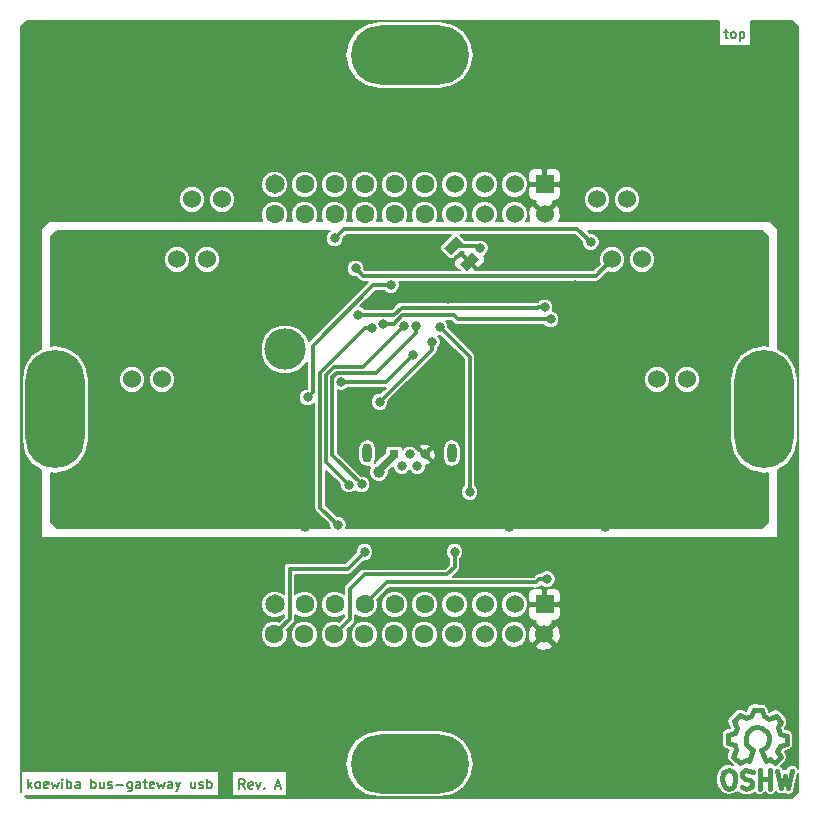
<source format=gbr>
G04 #@! TF.FileFunction,Copper,L1,Top,Signal*
%FSLAX46Y46*%
G04 Gerber Fmt 4.6, Leading zero omitted, Abs format (unit mm)*
G04 Created by KiCad (PCBNEW (2015-08-30 BZR 6133)-product) date Sa 31 Okt 2015 12:30:55 CET*
%MOMM*%
G01*
G04 APERTURE LIST*
%ADD10C,0.100000*%
%ADD11C,0.150000*%
%ADD12C,0.381000*%
%ADD13C,1.600200*%
%ADD14C,1.651000*%
%ADD15C,1.524000*%
%ADD16R,1.524000X1.524000*%
%ADD17C,3.500000*%
%ADD18C,0.800000*%
%ADD19R,0.800000X0.800000*%
%ADD20O,0.800000X1.600000*%
%ADD21O,10.000000X5.001260*%
%ADD22O,5.001260X10.000000*%
%ADD23C,1.000000*%
%ADD24C,0.600000*%
%ADD25C,0.300000*%
%ADD26C,0.200000*%
G04 APERTURE END LIST*
D10*
D11*
X82976905Y-132481905D02*
X82710238Y-132100952D01*
X82519762Y-132481905D02*
X82519762Y-131681905D01*
X82824524Y-131681905D01*
X82900715Y-131720000D01*
X82938810Y-131758095D01*
X82976905Y-131834286D01*
X82976905Y-131948571D01*
X82938810Y-132024762D01*
X82900715Y-132062857D01*
X82824524Y-132100952D01*
X82519762Y-132100952D01*
X83624524Y-132443810D02*
X83548334Y-132481905D01*
X83395953Y-132481905D01*
X83319762Y-132443810D01*
X83281667Y-132367619D01*
X83281667Y-132062857D01*
X83319762Y-131986667D01*
X83395953Y-131948571D01*
X83548334Y-131948571D01*
X83624524Y-131986667D01*
X83662619Y-132062857D01*
X83662619Y-132139048D01*
X83281667Y-132215238D01*
X83929286Y-131948571D02*
X84119762Y-132481905D01*
X84310238Y-131948571D01*
X84615000Y-132405714D02*
X84653095Y-132443810D01*
X84615000Y-132481905D01*
X84576905Y-132443810D01*
X84615000Y-132405714D01*
X84615000Y-132481905D01*
X85567381Y-132253333D02*
X85948333Y-132253333D01*
X85491190Y-132481905D02*
X85757857Y-131681905D01*
X86024524Y-132481905D01*
X64637617Y-132441905D02*
X64637617Y-131641905D01*
X64713808Y-132137143D02*
X64942379Y-132441905D01*
X64942379Y-131908571D02*
X64637617Y-132213333D01*
X65399522Y-132441905D02*
X65323331Y-132403810D01*
X65285236Y-132365714D01*
X65247141Y-132289524D01*
X65247141Y-132060952D01*
X65285236Y-131984762D01*
X65323331Y-131946667D01*
X65399522Y-131908571D01*
X65513808Y-131908571D01*
X65589998Y-131946667D01*
X65628093Y-131984762D01*
X65666189Y-132060952D01*
X65666189Y-132289524D01*
X65628093Y-132365714D01*
X65589998Y-132403810D01*
X65513808Y-132441905D01*
X65399522Y-132441905D01*
X66313808Y-132403810D02*
X66237618Y-132441905D01*
X66085237Y-132441905D01*
X66009046Y-132403810D01*
X65970951Y-132327619D01*
X65970951Y-132022857D01*
X66009046Y-131946667D01*
X66085237Y-131908571D01*
X66237618Y-131908571D01*
X66313808Y-131946667D01*
X66351903Y-132022857D01*
X66351903Y-132099048D01*
X65970951Y-132175238D01*
X66618570Y-131908571D02*
X66770951Y-132441905D01*
X66923332Y-132060952D01*
X67075713Y-132441905D01*
X67228094Y-131908571D01*
X67532855Y-132441905D02*
X67532855Y-131908571D01*
X67532855Y-131641905D02*
X67494760Y-131680000D01*
X67532855Y-131718095D01*
X67570950Y-131680000D01*
X67532855Y-131641905D01*
X67532855Y-131718095D01*
X67913807Y-132441905D02*
X67913807Y-131641905D01*
X67913807Y-131946667D02*
X67989998Y-131908571D01*
X68142379Y-131908571D01*
X68218569Y-131946667D01*
X68256664Y-131984762D01*
X68294760Y-132060952D01*
X68294760Y-132289524D01*
X68256664Y-132365714D01*
X68218569Y-132403810D01*
X68142379Y-132441905D01*
X67989998Y-132441905D01*
X67913807Y-132403810D01*
X68980474Y-132441905D02*
X68980474Y-132022857D01*
X68942379Y-131946667D01*
X68866189Y-131908571D01*
X68713808Y-131908571D01*
X68637617Y-131946667D01*
X68980474Y-132403810D02*
X68904284Y-132441905D01*
X68713808Y-132441905D01*
X68637617Y-132403810D01*
X68599522Y-132327619D01*
X68599522Y-132251429D01*
X68637617Y-132175238D01*
X68713808Y-132137143D01*
X68904284Y-132137143D01*
X68980474Y-132099048D01*
X69970951Y-132441905D02*
X69970951Y-131641905D01*
X69970951Y-131946667D02*
X70047142Y-131908571D01*
X70199523Y-131908571D01*
X70275713Y-131946667D01*
X70313808Y-131984762D01*
X70351904Y-132060952D01*
X70351904Y-132289524D01*
X70313808Y-132365714D01*
X70275713Y-132403810D01*
X70199523Y-132441905D01*
X70047142Y-132441905D01*
X69970951Y-132403810D01*
X71037618Y-131908571D02*
X71037618Y-132441905D01*
X70694761Y-131908571D02*
X70694761Y-132327619D01*
X70732856Y-132403810D01*
X70809047Y-132441905D01*
X70923333Y-132441905D01*
X70999523Y-132403810D01*
X71037618Y-132365714D01*
X71380476Y-132403810D02*
X71456666Y-132441905D01*
X71609047Y-132441905D01*
X71685238Y-132403810D01*
X71723333Y-132327619D01*
X71723333Y-132289524D01*
X71685238Y-132213333D01*
X71609047Y-132175238D01*
X71494762Y-132175238D01*
X71418571Y-132137143D01*
X71380476Y-132060952D01*
X71380476Y-132022857D01*
X71418571Y-131946667D01*
X71494762Y-131908571D01*
X71609047Y-131908571D01*
X71685238Y-131946667D01*
X72066190Y-132137143D02*
X72675714Y-132137143D01*
X73399523Y-131908571D02*
X73399523Y-132556190D01*
X73361428Y-132632381D01*
X73323333Y-132670476D01*
X73247142Y-132708571D01*
X73132857Y-132708571D01*
X73056666Y-132670476D01*
X73399523Y-132403810D02*
X73323333Y-132441905D01*
X73170952Y-132441905D01*
X73094761Y-132403810D01*
X73056666Y-132365714D01*
X73018571Y-132289524D01*
X73018571Y-132060952D01*
X73056666Y-131984762D01*
X73094761Y-131946667D01*
X73170952Y-131908571D01*
X73323333Y-131908571D01*
X73399523Y-131946667D01*
X74123333Y-132441905D02*
X74123333Y-132022857D01*
X74085238Y-131946667D01*
X74009048Y-131908571D01*
X73856667Y-131908571D01*
X73780476Y-131946667D01*
X74123333Y-132403810D02*
X74047143Y-132441905D01*
X73856667Y-132441905D01*
X73780476Y-132403810D01*
X73742381Y-132327619D01*
X73742381Y-132251429D01*
X73780476Y-132175238D01*
X73856667Y-132137143D01*
X74047143Y-132137143D01*
X74123333Y-132099048D01*
X74390000Y-131908571D02*
X74694762Y-131908571D01*
X74504286Y-131641905D02*
X74504286Y-132327619D01*
X74542381Y-132403810D01*
X74618572Y-132441905D01*
X74694762Y-132441905D01*
X75266191Y-132403810D02*
X75190001Y-132441905D01*
X75037620Y-132441905D01*
X74961429Y-132403810D01*
X74923334Y-132327619D01*
X74923334Y-132022857D01*
X74961429Y-131946667D01*
X75037620Y-131908571D01*
X75190001Y-131908571D01*
X75266191Y-131946667D01*
X75304286Y-132022857D01*
X75304286Y-132099048D01*
X74923334Y-132175238D01*
X75570953Y-131908571D02*
X75723334Y-132441905D01*
X75875715Y-132060952D01*
X76028096Y-132441905D01*
X76180477Y-131908571D01*
X76828095Y-132441905D02*
X76828095Y-132022857D01*
X76790000Y-131946667D01*
X76713810Y-131908571D01*
X76561429Y-131908571D01*
X76485238Y-131946667D01*
X76828095Y-132403810D02*
X76751905Y-132441905D01*
X76561429Y-132441905D01*
X76485238Y-132403810D01*
X76447143Y-132327619D01*
X76447143Y-132251429D01*
X76485238Y-132175238D01*
X76561429Y-132137143D01*
X76751905Y-132137143D01*
X76828095Y-132099048D01*
X77132858Y-131908571D02*
X77323334Y-132441905D01*
X77513810Y-131908571D02*
X77323334Y-132441905D01*
X77247143Y-132632381D01*
X77209048Y-132670476D01*
X77132858Y-132708571D01*
X78770953Y-131908571D02*
X78770953Y-132441905D01*
X78428096Y-131908571D02*
X78428096Y-132327619D01*
X78466191Y-132403810D01*
X78542382Y-132441905D01*
X78656668Y-132441905D01*
X78732858Y-132403810D01*
X78770953Y-132365714D01*
X79113811Y-132403810D02*
X79190001Y-132441905D01*
X79342382Y-132441905D01*
X79418573Y-132403810D01*
X79456668Y-132327619D01*
X79456668Y-132289524D01*
X79418573Y-132213333D01*
X79342382Y-132175238D01*
X79228097Y-132175238D01*
X79151906Y-132137143D01*
X79113811Y-132060952D01*
X79113811Y-132022857D01*
X79151906Y-131946667D01*
X79228097Y-131908571D01*
X79342382Y-131908571D01*
X79418573Y-131946667D01*
X79799525Y-132441905D02*
X79799525Y-131641905D01*
X79799525Y-131946667D02*
X79875716Y-131908571D01*
X80028097Y-131908571D01*
X80104287Y-131946667D01*
X80142382Y-131984762D01*
X80180478Y-132060952D01*
X80180478Y-132289524D01*
X80142382Y-132365714D01*
X80104287Y-132403810D01*
X80028097Y-132441905D01*
X79875716Y-132441905D01*
X79799525Y-132403810D01*
X123583809Y-68408571D02*
X123888571Y-68408571D01*
X123698095Y-68141905D02*
X123698095Y-68827619D01*
X123736190Y-68903810D01*
X123812381Y-68941905D01*
X123888571Y-68941905D01*
X124269524Y-68941905D02*
X124193333Y-68903810D01*
X124155238Y-68865714D01*
X124117143Y-68789524D01*
X124117143Y-68560952D01*
X124155238Y-68484762D01*
X124193333Y-68446667D01*
X124269524Y-68408571D01*
X124383810Y-68408571D01*
X124460000Y-68446667D01*
X124498095Y-68484762D01*
X124536191Y-68560952D01*
X124536191Y-68789524D01*
X124498095Y-68865714D01*
X124460000Y-68903810D01*
X124383810Y-68941905D01*
X124269524Y-68941905D01*
X124879048Y-68408571D02*
X124879048Y-69208571D01*
X124879048Y-68446667D02*
X124955239Y-68408571D01*
X125107620Y-68408571D01*
X125183810Y-68446667D01*
X125221905Y-68484762D01*
X125260001Y-68560952D01*
X125260001Y-68789524D01*
X125221905Y-68865714D01*
X125183810Y-68903810D01*
X125107620Y-68941905D01*
X124955239Y-68941905D01*
X124879048Y-68903810D01*
D12*
X128033780Y-130959860D02*
X128394460Y-132430520D01*
X128394460Y-132430520D02*
X128673860Y-131368800D01*
X128673860Y-131368800D02*
X128983740Y-132440680D01*
X128983740Y-132440680D02*
X129324100Y-130990340D01*
X126613920Y-131650740D02*
X127403860Y-131640580D01*
X127403860Y-131640580D02*
X127414020Y-131650740D01*
X127414020Y-131650740D02*
X127414020Y-131640580D01*
X127454660Y-130929380D02*
X127454660Y-132471160D01*
X126565660Y-130919220D02*
X126565660Y-132488940D01*
X126565660Y-132488940D02*
X126575820Y-132478780D01*
X126014480Y-131020820D02*
X125663960Y-130939540D01*
X125663960Y-130939540D02*
X125343920Y-130929380D01*
X125343920Y-130929380D02*
X125105160Y-131130040D01*
X125105160Y-131130040D02*
X125074680Y-131399280D01*
X125074680Y-131399280D02*
X125315980Y-131640580D01*
X125315980Y-131640580D02*
X125704600Y-131770120D01*
X125704600Y-131770120D02*
X125884940Y-131930140D01*
X125884940Y-131930140D02*
X125925580Y-132229860D01*
X125925580Y-132229860D02*
X125694440Y-132450840D01*
X125694440Y-132450840D02*
X125374400Y-132478780D01*
X125374400Y-132478780D02*
X125023880Y-132369560D01*
X123985020Y-130919220D02*
X123736100Y-130939540D01*
X123736100Y-130939540D02*
X123494800Y-131180840D01*
X123494800Y-131180840D02*
X123405900Y-131671060D01*
X123405900Y-131671060D02*
X123433840Y-132019040D01*
X123433840Y-132019040D02*
X123634500Y-132339080D01*
X123634500Y-132339080D02*
X123885960Y-132461000D01*
X123885960Y-132461000D02*
X124195840Y-132389880D01*
X124195840Y-132389880D02*
X124414280Y-132209540D01*
X124414280Y-132209540D02*
X124485400Y-131749800D01*
X124485400Y-131749800D02*
X124434600Y-131340860D01*
X124434600Y-131340860D02*
X124325380Y-131058920D01*
X124325380Y-131058920D02*
X123964700Y-130929380D01*
X124584460Y-129199640D02*
X124325380Y-129760980D01*
X124325380Y-129760980D02*
X124863860Y-130279140D01*
X124863860Y-130279140D02*
X125384560Y-130009900D01*
X125384560Y-130009900D02*
X125663960Y-130169920D01*
X127104140Y-130149600D02*
X127434340Y-129959100D01*
X127434340Y-129959100D02*
X127873760Y-130289300D01*
X127873760Y-130289300D02*
X128346200Y-129799080D01*
X128346200Y-129799080D02*
X128064260Y-129319020D01*
X128064260Y-129319020D02*
X128254760Y-128849120D01*
X128254760Y-128849120D02*
X128864360Y-128661160D01*
X128864360Y-128661160D02*
X128864360Y-127980440D01*
X128864360Y-127980440D02*
X128305560Y-127840740D01*
X128305560Y-127840740D02*
X128104900Y-127269240D01*
X128104900Y-127269240D02*
X128374140Y-126799340D01*
X128374140Y-126799340D02*
X127904240Y-126288800D01*
X127904240Y-126288800D02*
X127386080Y-126550420D01*
X127386080Y-126550420D02*
X126916180Y-126349760D01*
X126916180Y-126349760D02*
X126746000Y-125808740D01*
X126746000Y-125808740D02*
X126055120Y-125790960D01*
X126055120Y-125790960D02*
X125844300Y-126339600D01*
X125844300Y-126339600D02*
X125425200Y-126509780D01*
X125425200Y-126509780D02*
X124874020Y-126240540D01*
X124874020Y-126240540D02*
X124355860Y-126768860D01*
X124355860Y-126768860D02*
X124604780Y-127309880D01*
X124604780Y-127309880D02*
X124434600Y-127789940D01*
X124434600Y-127789940D02*
X123885960Y-127889000D01*
X123885960Y-127889000D02*
X123875800Y-128590040D01*
X123875800Y-128590040D02*
X124434600Y-128790700D01*
X124434600Y-128790700D02*
X124574300Y-129189480D01*
X126715520Y-129169160D02*
X127015240Y-129019300D01*
X127015240Y-129019300D02*
X127215900Y-128821180D01*
X127215900Y-128821180D02*
X127365760Y-128419860D01*
X127365760Y-128419860D02*
X127365760Y-128021080D01*
X127365760Y-128021080D02*
X127215900Y-127670560D01*
X127215900Y-127670560D02*
X126763780Y-127320040D01*
X126763780Y-127320040D02*
X126314200Y-127269240D01*
X126314200Y-127269240D02*
X125915420Y-127370840D01*
X125915420Y-127370840D02*
X125514100Y-127718820D01*
X125514100Y-127718820D02*
X125364240Y-128170940D01*
X125364240Y-128170940D02*
X125415040Y-128668780D01*
X125415040Y-128668780D02*
X125663960Y-128971040D01*
X125663960Y-128971040D02*
X126014480Y-129169160D01*
X126014480Y-129169160D02*
X125663960Y-130169920D01*
X126715520Y-129169160D02*
X127114300Y-130169920D01*
D13*
X85485000Y-83860000D03*
D14*
X85485000Y-81320000D03*
D13*
X88025000Y-83860000D03*
X88025000Y-81320000D03*
X90565000Y-83860000D03*
X90565000Y-81320000D03*
X93105000Y-83860000D03*
X93105000Y-81320000D03*
X95645000Y-83860000D03*
X95645000Y-81320000D03*
X98185000Y-83860000D03*
X98185000Y-81320000D03*
D15*
X100725000Y-83860000D03*
X100725000Y-81320000D03*
X103265000Y-83860000D03*
X103265000Y-81320000D03*
X105805000Y-83860000D03*
X105805000Y-81320000D03*
X108345000Y-83860000D03*
D16*
X108345000Y-81320000D03*
D13*
X85455000Y-119420000D03*
D14*
X85485000Y-116880000D03*
D13*
X87995000Y-119420000D03*
X88025000Y-116880000D03*
X90535000Y-119420000D03*
X90565000Y-116880000D03*
X93075000Y-119420000D03*
X93105000Y-116880000D03*
X95615000Y-119420000D03*
X95645000Y-116880000D03*
X98155000Y-119420000D03*
X98185000Y-116880000D03*
D15*
X100695000Y-119420000D03*
X100725000Y-116880000D03*
X103265000Y-119420000D03*
X103265000Y-116880000D03*
X105775000Y-119420000D03*
X105805000Y-116880000D03*
X108315000Y-119420000D03*
D16*
X108345000Y-116880000D03*
D17*
X86405000Y-95290000D03*
D15*
X77230000Y-87670000D03*
X79770000Y-87670000D03*
X73420000Y-97830000D03*
X75960000Y-97830000D03*
X116600000Y-87670000D03*
X114060000Y-87670000D03*
X120410000Y-97830000D03*
X117870000Y-97830000D03*
X78500000Y-82590000D03*
X81040000Y-82590000D03*
X112790000Y-82590000D03*
X115330000Y-82590000D03*
D18*
X96915000Y-104180000D03*
D19*
X95615000Y-104180000D03*
D18*
X98215000Y-104180000D03*
X97565000Y-105180000D03*
X96265000Y-105180000D03*
D20*
X93340000Y-104080000D03*
X100490000Y-104080000D03*
D21*
X96915000Y-70370000D03*
D22*
X66915000Y-100370000D03*
X126915000Y-100370000D03*
D21*
X96915000Y-130370000D03*
D10*
G36*
X102796742Y-87663914D02*
X101808914Y-88651742D01*
X101180296Y-88023124D01*
X102168124Y-87035296D01*
X102796742Y-87663914D01*
X102796742Y-87663914D01*
G37*
G36*
X101449704Y-86316876D02*
X100461876Y-87304704D01*
X99833258Y-86676086D01*
X100821086Y-85688258D01*
X101449704Y-86316876D01*
X101449704Y-86316876D01*
G37*
D23*
X94326112Y-105640644D03*
X110885000Y-89911653D03*
D18*
X95184833Y-91522534D03*
X100188749Y-90991770D03*
D23*
X97677000Y-109006000D03*
X113425000Y-110276000D03*
X110723666Y-94875274D03*
D18*
X89041000Y-89702000D03*
D23*
X107583000Y-103926000D03*
X105297000Y-110276000D03*
X88025000Y-110276000D03*
X75833000Y-102656000D03*
X79643000Y-102656000D03*
D18*
X86776963Y-113046436D03*
X94375000Y-112435000D03*
X103265000Y-112435000D03*
X91120464Y-98020190D03*
X97169000Y-95798000D03*
X92343000Y-88432000D03*
X112253222Y-86203738D03*
X90565000Y-85892000D03*
X100725000Y-112435000D03*
X108540970Y-114734908D03*
X98789663Y-94631781D03*
X94375000Y-99735000D03*
X93747278Y-93504043D03*
X90843266Y-110149802D03*
X94676913Y-93129213D03*
X108853000Y-92750000D03*
X92557950Y-92355705D03*
X108345000Y-91734000D03*
X95333384Y-89853369D03*
X88279000Y-99354000D03*
X96436469Y-93317340D03*
X91762038Y-106730435D03*
X97436450Y-93309510D03*
X92851000Y-106720000D03*
X99455000Y-93385000D03*
X101995000Y-107355000D03*
X93105000Y-112435000D03*
X102875052Y-86731373D03*
D24*
X94326112Y-105468888D02*
X94326112Y-105640644D01*
X95615000Y-104180000D02*
X94326112Y-105468888D01*
D25*
X95715597Y-90991770D02*
X95184833Y-91522534D01*
X100188749Y-90991770D02*
X95715597Y-90991770D01*
X94946810Y-98020190D02*
X91120464Y-98020190D01*
X97169000Y-95798000D02*
X94946810Y-98020190D01*
X92972633Y-89061633D02*
X92343000Y-88432000D01*
X114060000Y-87670000D02*
X112668367Y-89061633D01*
X112668367Y-89061633D02*
X92972633Y-89061633D01*
X90565000Y-85892000D02*
X91399732Y-85057268D01*
X91399732Y-85057268D02*
X111106752Y-85057268D01*
X111106752Y-85057268D02*
X112253222Y-86203738D01*
X90535000Y-119420000D02*
X90565000Y-119420000D01*
X90565000Y-119420000D02*
X91835000Y-118150000D01*
X91835000Y-118150000D02*
X91835000Y-115610000D01*
X91835000Y-115610000D02*
X93105000Y-114340000D01*
X93105000Y-114340000D02*
X100090000Y-114340000D01*
X100090000Y-114340000D02*
X100725000Y-113705000D01*
X100725000Y-113705000D02*
X100725000Y-112435000D01*
X94970582Y-115014418D02*
X107632843Y-115014418D01*
X93105000Y-116880000D02*
X94970582Y-115014418D01*
X107912353Y-114734908D02*
X108540970Y-114734908D01*
X107632843Y-115014418D02*
X107912353Y-114734908D01*
X94375000Y-99735000D02*
X98789663Y-95320337D01*
X98789663Y-95320337D02*
X98789663Y-94631781D01*
X93112363Y-93504043D02*
X93747278Y-93504043D01*
X89370442Y-108676978D02*
X89370442Y-97245964D01*
X89370442Y-97245964D02*
X93112363Y-93504043D01*
X90843266Y-110149802D02*
X89370442Y-108676978D01*
X95563908Y-93129213D02*
X94676913Y-93129213D01*
X96295234Y-92397887D02*
X95563908Y-93129213D01*
X100656640Y-92397887D02*
X96295234Y-92397887D01*
X101008753Y-92750000D02*
X100656640Y-92397887D01*
X108853000Y-92750000D02*
X101008753Y-92750000D01*
X108345000Y-91734000D02*
X107779315Y-91734000D01*
X107779315Y-91734000D02*
X107771543Y-91741772D01*
X107771543Y-91741772D02*
X96244227Y-91741772D01*
X96244227Y-91741772D02*
X95630294Y-92355705D01*
X95630294Y-92355705D02*
X92557950Y-92355705D01*
X88723499Y-98909501D02*
X88723499Y-94963499D01*
X93833629Y-89853369D02*
X95333384Y-89853369D01*
X88279000Y-99354000D02*
X88723499Y-98909501D01*
X88723499Y-94963499D02*
X93833629Y-89853369D01*
X89870452Y-104838849D02*
X89870452Y-97453076D01*
X92993780Y-96760029D02*
X96436469Y-93317340D01*
X90563499Y-96760029D02*
X92993780Y-96760029D01*
X89870452Y-97453076D02*
X90563499Y-96760029D01*
X91762038Y-106730435D02*
X89870452Y-104838849D01*
X90370463Y-104239463D02*
X90370463Y-97660187D01*
X90370463Y-97660187D02*
X90760462Y-97270188D01*
X90760462Y-97270188D02*
X94041457Y-97270188D01*
X94041457Y-97270188D02*
X97436450Y-93875195D01*
X97436450Y-93875195D02*
X97436450Y-93309510D01*
X92851000Y-106720000D02*
X90370463Y-104239463D01*
X101995000Y-107355000D02*
X101995000Y-95925000D01*
X101995000Y-95925000D02*
X99455000Y-93385000D01*
X91699063Y-113840937D02*
X93105000Y-112435000D01*
X85455000Y-119420000D02*
X86755000Y-118120000D01*
X86755000Y-118120000D02*
X86755000Y-113840937D01*
X86755000Y-113840937D02*
X91699063Y-113840937D01*
X100641481Y-86496481D02*
X102640160Y-86496481D01*
X102640160Y-86496481D02*
X102875052Y-86731373D01*
D26*
G36*
X123082619Y-69565000D02*
X125837382Y-69565000D01*
X125837382Y-67450000D01*
X129258578Y-67450000D01*
X129835000Y-68026422D01*
X129835000Y-130843001D01*
X129783501Y-130705576D01*
X129639557Y-130551447D01*
X129447588Y-130464136D01*
X129236818Y-130456934D01*
X129039336Y-130530939D01*
X128885207Y-130674883D01*
X128807446Y-130845854D01*
X128771747Y-130843674D01*
X128733878Y-130831643D01*
X128667457Y-130837307D01*
X128600913Y-130833245D01*
X128563342Y-130846186D01*
X128562438Y-130846264D01*
X128558723Y-130831117D01*
X128469497Y-130640031D01*
X128372217Y-130550983D01*
X128735384Y-130174148D01*
X128753032Y-130146650D01*
X128777441Y-130124921D01*
X128809518Y-130058637D01*
X128849292Y-129996664D01*
X128855074Y-129964500D01*
X128869308Y-129935088D01*
X128873578Y-129861578D01*
X128886608Y-129789099D01*
X128879642Y-129757172D01*
X128881537Y-129724550D01*
X128857349Y-129654996D01*
X128841652Y-129583053D01*
X128823000Y-129556224D01*
X128812266Y-129525359D01*
X128671777Y-129286149D01*
X129023615Y-129177666D01*
X129046117Y-129165506D01*
X129071200Y-129160517D01*
X129138224Y-129115733D01*
X129209151Y-129077405D01*
X129225287Y-129057559D01*
X129246551Y-129043351D01*
X129291336Y-128976325D01*
X129342195Y-128913774D01*
X129349508Y-128889266D01*
X129363717Y-128868000D01*
X129379445Y-128788932D01*
X129402493Y-128711685D01*
X129399870Y-128686245D01*
X129404860Y-128661160D01*
X129404860Y-127980440D01*
X129397020Y-127941028D01*
X129398974Y-127900888D01*
X129376636Y-127838547D01*
X129363717Y-127773600D01*
X129341391Y-127740187D01*
X129327835Y-127702355D01*
X129283341Y-127653309D01*
X129246551Y-127598249D01*
X129213137Y-127575922D01*
X129186136Y-127546159D01*
X129126261Y-127517874D01*
X129071200Y-127481083D01*
X129031787Y-127473243D01*
X128995451Y-127456078D01*
X128719091Y-127386988D01*
X128696779Y-127323442D01*
X128843113Y-127068049D01*
X128850613Y-127045715D01*
X128864502Y-127026684D01*
X128883955Y-126946421D01*
X128910245Y-126868127D01*
X128908627Y-126844622D01*
X128914176Y-126821725D01*
X128901433Y-126740126D01*
X128895760Y-126657732D01*
X128885270Y-126636637D01*
X128881635Y-126613358D01*
X128838630Y-126542839D01*
X128801862Y-126468896D01*
X128784100Y-126453422D01*
X128771832Y-126433305D01*
X128301932Y-125922765D01*
X128276317Y-125904070D01*
X128256776Y-125879094D01*
X128191832Y-125842409D01*
X128131584Y-125798438D01*
X128100764Y-125790968D01*
X128073153Y-125775372D01*
X127999115Y-125766333D01*
X127926625Y-125748764D01*
X127895293Y-125753657D01*
X127863814Y-125749814D01*
X127791954Y-125769796D01*
X127718258Y-125781305D01*
X127691182Y-125797817D01*
X127660631Y-125806312D01*
X127367013Y-125954560D01*
X127357153Y-125950349D01*
X127261594Y-125646558D01*
X127253407Y-125631611D01*
X127250513Y-125614815D01*
X127203017Y-125539614D01*
X127160283Y-125461594D01*
X127146997Y-125450916D01*
X127137897Y-125436508D01*
X127065238Y-125385206D01*
X126995900Y-125329480D01*
X126979541Y-125324700D01*
X126965619Y-125314870D01*
X126878851Y-125295277D01*
X126793472Y-125270329D01*
X126776530Y-125272173D01*
X126759906Y-125268419D01*
X126069025Y-125250639D01*
X126055093Y-125253039D01*
X126041158Y-125250640D01*
X125951636Y-125270865D01*
X125861195Y-125286447D01*
X125849241Y-125293997D01*
X125835449Y-125297113D01*
X125760477Y-125350059D01*
X125682888Y-125399063D01*
X125674734Y-125410611D01*
X125663183Y-125418769D01*
X125614177Y-125496380D01*
X125561250Y-125571342D01*
X125558136Y-125585133D01*
X125550587Y-125597088D01*
X125430103Y-125910637D01*
X125111253Y-125754885D01*
X125092356Y-125749898D01*
X125076003Y-125739199D01*
X124990997Y-125723147D01*
X124907342Y-125701068D01*
X124887974Y-125703692D01*
X124868773Y-125700066D01*
X124784097Y-125717765D01*
X124698359Y-125729381D01*
X124681470Y-125739217D01*
X124662341Y-125743215D01*
X124590873Y-125791978D01*
X124516118Y-125835514D01*
X124504281Y-125851061D01*
X124488136Y-125862077D01*
X123969976Y-126390397D01*
X123965642Y-126397021D01*
X123959235Y-126401669D01*
X123908069Y-126485024D01*
X123854519Y-126566877D01*
X123853050Y-126574656D01*
X123848909Y-126581402D01*
X123833535Y-126677999D01*
X123815386Y-126774107D01*
X123817005Y-126781855D01*
X123815761Y-126789674D01*
X123838527Y-126884817D01*
X123858535Y-126980539D01*
X123862996Y-126987077D01*
X123864838Y-126994776D01*
X124013010Y-127316821D01*
X123789923Y-127357101D01*
X123739587Y-127376913D01*
X123686378Y-127386698D01*
X123642415Y-127415160D01*
X123593684Y-127434341D01*
X123554760Y-127471910D01*
X123509348Y-127501310D01*
X123479624Y-127544430D01*
X123441942Y-127580799D01*
X123420358Y-127630404D01*
X123389653Y-127674945D01*
X123378693Y-127726156D01*
X123357797Y-127774178D01*
X123356839Y-127828268D01*
X123345517Y-127881167D01*
X123335357Y-128582207D01*
X123338450Y-128599028D01*
X123335921Y-128615946D01*
X123357422Y-128702200D01*
X123373498Y-128789622D01*
X123382794Y-128803980D01*
X123386931Y-128820577D01*
X123439806Y-128892041D01*
X123488111Y-128966652D01*
X123502192Y-128976359D01*
X123512367Y-128990111D01*
X123588565Y-129035900D01*
X123661745Y-129086347D01*
X123678471Y-129089927D01*
X123693132Y-129098737D01*
X123987031Y-129204273D01*
X123834628Y-129534479D01*
X123830851Y-129550182D01*
X123822139Y-129563779D01*
X123806314Y-129652188D01*
X123785306Y-129739523D01*
X123787825Y-129755475D01*
X123784980Y-129771372D01*
X123804194Y-129859112D01*
X123818206Y-129947834D01*
X123826638Y-129961608D01*
X123830093Y-129977384D01*
X123881420Y-130051093D01*
X123928318Y-130127698D01*
X123941380Y-130137197D01*
X123950608Y-130150449D01*
X124281504Y-130468858D01*
X124237498Y-130453053D01*
X124150546Y-130404690D01*
X123941044Y-130380512D01*
X123692124Y-130400832D01*
X123611493Y-130423826D01*
X123529259Y-130440183D01*
X123510738Y-130452558D01*
X123489317Y-130458667D01*
X123423622Y-130510768D01*
X123353909Y-130557349D01*
X123112609Y-130798649D01*
X123080514Y-130846682D01*
X123040365Y-130888216D01*
X123022497Y-130933511D01*
X122995443Y-130973999D01*
X122984173Y-131030658D01*
X122962974Y-131084395D01*
X122874074Y-131574615D01*
X122875262Y-131644702D01*
X122867134Y-131714319D01*
X122895074Y-132062299D01*
X122901581Y-132085231D01*
X122900889Y-132109059D01*
X122930170Y-132185991D01*
X122952639Y-132265182D01*
X122967427Y-132283879D01*
X122975906Y-132306158D01*
X123176566Y-132626197D01*
X123207629Y-132659118D01*
X123230526Y-132698170D01*
X123279316Y-132735092D01*
X123321299Y-132779585D01*
X123362595Y-132798112D01*
X123398694Y-132825430D01*
X123650154Y-132947350D01*
X123724376Y-132966706D01*
X123796064Y-132993972D01*
X123825617Y-132993107D01*
X123854222Y-133000567D01*
X123930193Y-132990047D01*
X124006866Y-132987804D01*
X124316746Y-132916684D01*
X124334688Y-132908629D01*
X124354250Y-132906645D01*
X124430315Y-132865701D01*
X124509141Y-132830315D01*
X124522635Y-132816008D01*
X124539949Y-132806688D01*
X124633286Y-132729631D01*
X124677852Y-132784777D01*
X124863088Y-132885589D01*
X125213608Y-132994809D01*
X125317438Y-133005826D01*
X125421408Y-133017232D01*
X125741447Y-132989292D01*
X125814780Y-132967932D01*
X125890010Y-132954718D01*
X125915230Y-132938674D01*
X125943925Y-132930316D01*
X126003499Y-132882521D01*
X126067948Y-132841521D01*
X126126366Y-132785671D01*
X126183469Y-132871131D01*
X126358819Y-132988297D01*
X126565660Y-133029440D01*
X126772501Y-132988297D01*
X126947851Y-132871131D01*
X126958011Y-132860972D01*
X127017786Y-132771512D01*
X127072469Y-132853351D01*
X127247820Y-132970517D01*
X127454660Y-133011660D01*
X127661500Y-132970517D01*
X127836851Y-132853351D01*
X127933181Y-132709183D01*
X127946602Y-132724349D01*
X127958743Y-132750350D01*
X128015953Y-132802718D01*
X128067347Y-132860796D01*
X128093139Y-132873372D01*
X128114304Y-132892746D01*
X128187193Y-132919232D01*
X128256906Y-132953224D01*
X128285549Y-132954973D01*
X128312516Y-132964772D01*
X128389995Y-132961349D01*
X128467407Y-132966075D01*
X128494535Y-132956731D01*
X128523203Y-132955464D01*
X128593482Y-132922648D01*
X128666802Y-132897392D01*
X128680605Y-132885177D01*
X128697874Y-132893032D01*
X128722729Y-132913980D01*
X128793066Y-132936327D01*
X128860252Y-132966884D01*
X128892741Y-132967994D01*
X128923722Y-132977837D01*
X128997260Y-132971566D01*
X129071022Y-132974086D01*
X129101461Y-132962679D01*
X129133851Y-132959917D01*
X129199393Y-132925980D01*
X129268504Y-132900081D01*
X129292262Y-132877893D01*
X129321127Y-132862947D01*
X129368689Y-132806516D01*
X129422633Y-132756137D01*
X129436092Y-132726545D01*
X129457040Y-132701691D01*
X129479387Y-132631354D01*
X129509944Y-132564168D01*
X129835000Y-131179040D01*
X129835000Y-132713578D01*
X129258578Y-133290000D01*
X64571422Y-133290000D01*
X64346422Y-133065000D01*
X80757859Y-133065000D01*
X80757859Y-130985000D01*
X81904286Y-130985000D01*
X81904286Y-133105000D01*
X86525714Y-133105000D01*
X86525714Y-130985000D01*
X81904286Y-130985000D01*
X80757859Y-130985000D01*
X80757859Y-130945000D01*
X64022141Y-130945000D01*
X64022141Y-132740719D01*
X63995000Y-132713578D01*
X63995000Y-130370000D01*
X91460187Y-130370000D01*
X91677178Y-131460889D01*
X92295117Y-132385700D01*
X93219928Y-133003639D01*
X94310817Y-133220630D01*
X99519183Y-133220630D01*
X100610072Y-133003639D01*
X101534883Y-132385700D01*
X102152822Y-131460889D01*
X102369813Y-130370000D01*
X102152822Y-129279111D01*
X101534883Y-128354300D01*
X100610072Y-127736361D01*
X99519183Y-127519370D01*
X94310817Y-127519370D01*
X93219928Y-127736361D01*
X92295117Y-128354300D01*
X91677178Y-129279111D01*
X91460187Y-130370000D01*
X63995000Y-130370000D01*
X63995000Y-119647765D01*
X84304701Y-119647765D01*
X84479424Y-120070628D01*
X84802670Y-120394439D01*
X85225227Y-120569900D01*
X85682765Y-120570299D01*
X86105628Y-120395576D01*
X86429439Y-120072330D01*
X86604900Y-119649773D01*
X86604901Y-119647765D01*
X86844701Y-119647765D01*
X87019424Y-120070628D01*
X87342670Y-120394439D01*
X87765227Y-120569900D01*
X88222765Y-120570299D01*
X88645628Y-120395576D01*
X88969439Y-120072330D01*
X89144900Y-119649773D01*
X89144901Y-119647765D01*
X89384701Y-119647765D01*
X89559424Y-120070628D01*
X89882670Y-120394439D01*
X90305227Y-120569900D01*
X90762765Y-120570299D01*
X91185628Y-120395576D01*
X91509439Y-120072330D01*
X91684900Y-119649773D01*
X91684901Y-119647765D01*
X91924701Y-119647765D01*
X92099424Y-120070628D01*
X92422670Y-120394439D01*
X92845227Y-120569900D01*
X93302765Y-120570299D01*
X93725628Y-120395576D01*
X94049439Y-120072330D01*
X94224900Y-119649773D01*
X94224901Y-119647765D01*
X94464701Y-119647765D01*
X94639424Y-120070628D01*
X94962670Y-120394439D01*
X95385227Y-120569900D01*
X95842765Y-120570299D01*
X96265628Y-120395576D01*
X96589439Y-120072330D01*
X96764900Y-119649773D01*
X96764901Y-119647765D01*
X97004701Y-119647765D01*
X97179424Y-120070628D01*
X97502670Y-120394439D01*
X97925227Y-120569900D01*
X98382765Y-120570299D01*
X98805628Y-120395576D01*
X99129439Y-120072330D01*
X99304900Y-119649773D01*
X99304908Y-119640220D01*
X99582808Y-119640220D01*
X99751743Y-120049074D01*
X100064280Y-120362158D01*
X100472839Y-120531806D01*
X100915220Y-120532192D01*
X101324074Y-120363257D01*
X101637158Y-120050720D01*
X101806806Y-119642161D01*
X101806807Y-119640220D01*
X102152808Y-119640220D01*
X102321743Y-120049074D01*
X102634280Y-120362158D01*
X103042839Y-120531806D01*
X103485220Y-120532192D01*
X103894074Y-120363257D01*
X104207158Y-120050720D01*
X104376806Y-119642161D01*
X104376807Y-119640220D01*
X104662808Y-119640220D01*
X104831743Y-120049074D01*
X105144280Y-120362158D01*
X105552839Y-120531806D01*
X105995220Y-120532192D01*
X106309418Y-120402368D01*
X107550421Y-120402368D01*
X107623551Y-120633698D01*
X108140647Y-120805917D01*
X108684287Y-120767142D01*
X109006449Y-120633698D01*
X109079579Y-120402368D01*
X108315000Y-119637789D01*
X107550421Y-120402368D01*
X106309418Y-120402368D01*
X106404074Y-120363257D01*
X106717158Y-120050720D01*
X106886806Y-119642161D01*
X106887151Y-119245647D01*
X106929083Y-119245647D01*
X106967858Y-119789287D01*
X107101302Y-120111449D01*
X107332632Y-120184579D01*
X108097211Y-119420000D01*
X108532789Y-119420000D01*
X109297368Y-120184579D01*
X109528698Y-120111449D01*
X109700917Y-119594353D01*
X109662142Y-119050713D01*
X109528698Y-118728551D01*
X109297368Y-118655421D01*
X108532789Y-119420000D01*
X108097211Y-119420000D01*
X107332632Y-118655421D01*
X107101302Y-118728551D01*
X106929083Y-119245647D01*
X106887151Y-119245647D01*
X106887192Y-119199780D01*
X106718257Y-118790926D01*
X106405720Y-118477842D01*
X105997161Y-118308194D01*
X105554780Y-118307808D01*
X105145926Y-118476743D01*
X104832842Y-118789280D01*
X104663194Y-119197839D01*
X104662808Y-119640220D01*
X104376807Y-119640220D01*
X104377192Y-119199780D01*
X104208257Y-118790926D01*
X103895720Y-118477842D01*
X103487161Y-118308194D01*
X103044780Y-118307808D01*
X102635926Y-118476743D01*
X102322842Y-118789280D01*
X102153194Y-119197839D01*
X102152808Y-119640220D01*
X101806807Y-119640220D01*
X101807192Y-119199780D01*
X101638257Y-118790926D01*
X101325720Y-118477842D01*
X100917161Y-118308194D01*
X100474780Y-118307808D01*
X100065926Y-118476743D01*
X99752842Y-118789280D01*
X99583194Y-119197839D01*
X99582808Y-119640220D01*
X99304908Y-119640220D01*
X99305299Y-119192235D01*
X99130576Y-118769372D01*
X98807330Y-118445561D01*
X98384773Y-118270100D01*
X97927235Y-118269701D01*
X97504372Y-118444424D01*
X97180561Y-118767670D01*
X97005100Y-119190227D01*
X97004701Y-119647765D01*
X96764901Y-119647765D01*
X96765299Y-119192235D01*
X96590576Y-118769372D01*
X96267330Y-118445561D01*
X95844773Y-118270100D01*
X95387235Y-118269701D01*
X94964372Y-118444424D01*
X94640561Y-118767670D01*
X94465100Y-119190227D01*
X94464701Y-119647765D01*
X94224901Y-119647765D01*
X94225299Y-119192235D01*
X94050576Y-118769372D01*
X93727330Y-118445561D01*
X93304773Y-118270100D01*
X92847235Y-118269701D01*
X92424372Y-118444424D01*
X92100561Y-118767670D01*
X91925100Y-119190227D01*
X91924701Y-119647765D01*
X91684901Y-119647765D01*
X91685299Y-119192235D01*
X91631083Y-119061023D01*
X92188553Y-118503554D01*
X92296940Y-118341342D01*
X92302907Y-118311342D01*
X92335000Y-118150000D01*
X92335000Y-117736563D01*
X92452670Y-117854439D01*
X92875227Y-118029900D01*
X93332765Y-118030299D01*
X93755628Y-117855576D01*
X94079439Y-117532330D01*
X94254900Y-117109773D01*
X94254901Y-117107765D01*
X94494701Y-117107765D01*
X94669424Y-117530628D01*
X94992670Y-117854439D01*
X95415227Y-118029900D01*
X95872765Y-118030299D01*
X96295628Y-117855576D01*
X96619439Y-117532330D01*
X96794900Y-117109773D01*
X96794901Y-117107765D01*
X97034701Y-117107765D01*
X97209424Y-117530628D01*
X97532670Y-117854439D01*
X97955227Y-118029900D01*
X98412765Y-118030299D01*
X98835628Y-117855576D01*
X99159439Y-117532330D01*
X99334900Y-117109773D01*
X99334908Y-117100220D01*
X99612808Y-117100220D01*
X99781743Y-117509074D01*
X100094280Y-117822158D01*
X100502839Y-117991806D01*
X100945220Y-117992192D01*
X101354074Y-117823257D01*
X101667158Y-117510720D01*
X101836806Y-117102161D01*
X101836807Y-117100220D01*
X102152808Y-117100220D01*
X102321743Y-117509074D01*
X102634280Y-117822158D01*
X103042839Y-117991806D01*
X103485220Y-117992192D01*
X103894074Y-117823257D01*
X104207158Y-117510720D01*
X104376806Y-117102161D01*
X104376807Y-117100220D01*
X104692808Y-117100220D01*
X104861743Y-117509074D01*
X105174280Y-117822158D01*
X105582839Y-117991806D01*
X106025220Y-117992192D01*
X106434074Y-117823257D01*
X106747158Y-117510720D01*
X106881993Y-117186000D01*
X106975000Y-117186000D01*
X106975000Y-117762938D01*
X107067562Y-117986404D01*
X107238595Y-118157437D01*
X107462061Y-118250000D01*
X107609737Y-118250000D01*
X107550421Y-118437632D01*
X108315000Y-119202211D01*
X109079579Y-118437632D01*
X109020263Y-118250000D01*
X109227939Y-118250000D01*
X109451405Y-118157437D01*
X109622438Y-117986404D01*
X109715000Y-117762938D01*
X109715000Y-117186000D01*
X109563000Y-117034000D01*
X108499000Y-117034000D01*
X108499000Y-117054000D01*
X108191000Y-117054000D01*
X108191000Y-117034000D01*
X107127000Y-117034000D01*
X106975000Y-117186000D01*
X106881993Y-117186000D01*
X106916806Y-117102161D01*
X106917192Y-116659780D01*
X106748257Y-116250926D01*
X106435720Y-115937842D01*
X106027161Y-115768194D01*
X105584780Y-115767808D01*
X105175926Y-115936743D01*
X104862842Y-116249280D01*
X104693194Y-116657839D01*
X104692808Y-117100220D01*
X104376807Y-117100220D01*
X104377192Y-116659780D01*
X104208257Y-116250926D01*
X103895720Y-115937842D01*
X103487161Y-115768194D01*
X103044780Y-115767808D01*
X102635926Y-115936743D01*
X102322842Y-116249280D01*
X102153194Y-116657839D01*
X102152808Y-117100220D01*
X101836807Y-117100220D01*
X101837192Y-116659780D01*
X101668257Y-116250926D01*
X101355720Y-115937842D01*
X100947161Y-115768194D01*
X100504780Y-115767808D01*
X100095926Y-115936743D01*
X99782842Y-116249280D01*
X99613194Y-116657839D01*
X99612808Y-117100220D01*
X99334908Y-117100220D01*
X99335299Y-116652235D01*
X99160576Y-116229372D01*
X98837330Y-115905561D01*
X98414773Y-115730100D01*
X97957235Y-115729701D01*
X97534372Y-115904424D01*
X97210561Y-116227670D01*
X97035100Y-116650227D01*
X97034701Y-117107765D01*
X96794901Y-117107765D01*
X96795299Y-116652235D01*
X96620576Y-116229372D01*
X96297330Y-115905561D01*
X95874773Y-115730100D01*
X95417235Y-115729701D01*
X94994372Y-115904424D01*
X94670561Y-116227670D01*
X94495100Y-116650227D01*
X94494701Y-117107765D01*
X94254901Y-117107765D01*
X94255299Y-116652235D01*
X94192312Y-116499794D01*
X95177689Y-115514418D01*
X107451395Y-115514418D01*
X107238595Y-115602563D01*
X107067562Y-115773596D01*
X106975000Y-115997062D01*
X106975000Y-116574000D01*
X107127000Y-116726000D01*
X108191000Y-116726000D01*
X108191000Y-115662000D01*
X108499000Y-115662000D01*
X108499000Y-116726000D01*
X109563000Y-116726000D01*
X109715000Y-116574000D01*
X109715000Y-115997062D01*
X109622438Y-115773596D01*
X109451405Y-115602563D01*
X109227939Y-115510000D01*
X108651000Y-115510000D01*
X108499000Y-115662000D01*
X108191000Y-115662000D01*
X108039000Y-115510000D01*
X107655054Y-115510000D01*
X107824185Y-115476358D01*
X107986396Y-115367971D01*
X108049850Y-115304517D01*
X108115575Y-115370356D01*
X108391131Y-115484777D01*
X108689500Y-115485038D01*
X108965256Y-115371097D01*
X109176418Y-115160303D01*
X109290839Y-114884747D01*
X109291100Y-114586378D01*
X109177159Y-114310622D01*
X108966365Y-114099460D01*
X108690809Y-113985039D01*
X108392440Y-113984778D01*
X108116684Y-114098719D01*
X107980257Y-114234908D01*
X107912353Y-114234908D01*
X107721011Y-114272968D01*
X107558800Y-114381354D01*
X107425736Y-114514418D01*
X100622688Y-114514418D01*
X101078554Y-114058553D01*
X101143526Y-113961314D01*
X101186940Y-113896342D01*
X101225000Y-113705000D01*
X101225000Y-112995607D01*
X101360448Y-112860395D01*
X101474869Y-112584839D01*
X101475130Y-112286470D01*
X101361189Y-112010714D01*
X101150395Y-111799552D01*
X100874839Y-111685131D01*
X100576470Y-111684870D01*
X100300714Y-111798811D01*
X100089552Y-112009605D01*
X99975131Y-112285161D01*
X99974870Y-112583530D01*
X100088811Y-112859286D01*
X100225000Y-112995713D01*
X100225000Y-113497893D01*
X99882894Y-113840000D01*
X93105000Y-113840000D01*
X92913658Y-113878060D01*
X92751446Y-113986447D01*
X91481447Y-115256447D01*
X91373060Y-115418658D01*
X91335000Y-115610000D01*
X91335000Y-116023437D01*
X91217330Y-115905561D01*
X90794773Y-115730100D01*
X90337235Y-115729701D01*
X89914372Y-115904424D01*
X89590561Y-116227670D01*
X89415100Y-116650227D01*
X89414701Y-117107765D01*
X89589424Y-117530628D01*
X89912670Y-117854439D01*
X90335227Y-118029900D01*
X90792765Y-118030299D01*
X91215628Y-117855576D01*
X91335000Y-117736412D01*
X91335000Y-117942893D01*
X90936490Y-118341403D01*
X90764773Y-118270100D01*
X90307235Y-118269701D01*
X89884372Y-118444424D01*
X89560561Y-118767670D01*
X89385100Y-119190227D01*
X89384701Y-119647765D01*
X89144901Y-119647765D01*
X89145299Y-119192235D01*
X88970576Y-118769372D01*
X88647330Y-118445561D01*
X88224773Y-118270100D01*
X87767235Y-118269701D01*
X87344372Y-118444424D01*
X87020561Y-118767670D01*
X86845100Y-119190227D01*
X86844701Y-119647765D01*
X86604901Y-119647765D01*
X86605299Y-119192235D01*
X86542312Y-119039795D01*
X87108554Y-118473553D01*
X87196894Y-118341342D01*
X87216940Y-118311342D01*
X87255000Y-118120000D01*
X87255000Y-117736563D01*
X87372670Y-117854439D01*
X87795227Y-118029900D01*
X88252765Y-118030299D01*
X88675628Y-117855576D01*
X88999439Y-117532330D01*
X89174900Y-117109773D01*
X89175299Y-116652235D01*
X89000576Y-116229372D01*
X88677330Y-115905561D01*
X88254773Y-115730100D01*
X87797235Y-115729701D01*
X87374372Y-115904424D01*
X87255000Y-116023588D01*
X87255000Y-114340937D01*
X91699063Y-114340937D01*
X91890405Y-114302877D01*
X92052616Y-114194490D01*
X93062144Y-113184963D01*
X93253530Y-113185130D01*
X93529286Y-113071189D01*
X93740448Y-112860395D01*
X93854869Y-112584839D01*
X93855130Y-112286470D01*
X93741189Y-112010714D01*
X93530395Y-111799552D01*
X93254839Y-111685131D01*
X92956470Y-111684870D01*
X92680714Y-111798811D01*
X92469552Y-112009605D01*
X92355131Y-112285161D01*
X92354962Y-112477931D01*
X91491957Y-113340937D01*
X86755000Y-113340937D01*
X86563658Y-113378997D01*
X86401447Y-113487384D01*
X86293060Y-113649595D01*
X86255000Y-113840937D01*
X86255000Y-115987485D01*
X86151736Y-115884041D01*
X85719847Y-115704705D01*
X85252204Y-115704297D01*
X84820003Y-115882879D01*
X84489041Y-116213264D01*
X84309705Y-116645153D01*
X84309297Y-117112796D01*
X84487879Y-117544997D01*
X84818264Y-117875959D01*
X85250153Y-118055295D01*
X85717796Y-118055703D01*
X86149997Y-117877121D01*
X86255000Y-117772301D01*
X86255000Y-117912893D01*
X85835292Y-118332601D01*
X85684773Y-118270100D01*
X85227235Y-118269701D01*
X84804372Y-118444424D01*
X84480561Y-118767670D01*
X84305100Y-119190227D01*
X84304701Y-119647765D01*
X63995000Y-119647765D01*
X63995000Y-97765817D01*
X64064370Y-97765817D01*
X64064370Y-102974183D01*
X64281361Y-104065072D01*
X64899300Y-104989883D01*
X65700000Y-105524894D01*
X65700000Y-111165000D01*
X65707879Y-111203906D01*
X65730273Y-111236681D01*
X65763654Y-111258161D01*
X65800000Y-111265000D01*
X128030000Y-111265000D01*
X128068906Y-111257121D01*
X128101681Y-111234727D01*
X128123161Y-111201346D01*
X128130000Y-111165000D01*
X128130000Y-105524894D01*
X128930700Y-104989883D01*
X129548639Y-104065072D01*
X129765630Y-102974183D01*
X129765630Y-97765817D01*
X129548639Y-96674928D01*
X128930700Y-95750117D01*
X128130000Y-95215106D01*
X128130000Y-85130000D01*
X128122121Y-85091094D01*
X128100711Y-85059289D01*
X127465711Y-84424289D01*
X127432629Y-84402350D01*
X127395000Y-84395000D01*
X109610803Y-84395000D01*
X109730917Y-84034353D01*
X109692142Y-83490713D01*
X109558698Y-83168551D01*
X109327368Y-83095421D01*
X108562789Y-83860000D01*
X108576931Y-83874142D01*
X108359142Y-84091931D01*
X108345000Y-84077789D01*
X108330858Y-84091931D01*
X108113069Y-83874142D01*
X108127211Y-83860000D01*
X107362632Y-83095421D01*
X107131302Y-83168551D01*
X106959083Y-83685647D01*
X106997858Y-84229287D01*
X107066499Y-84395000D01*
X106786904Y-84395000D01*
X106916806Y-84082161D01*
X106917192Y-83639780D01*
X106748257Y-83230926D01*
X106435720Y-82917842D01*
X106027161Y-82748194D01*
X105584780Y-82747808D01*
X105175926Y-82916743D01*
X104862842Y-83229280D01*
X104693194Y-83637839D01*
X104692808Y-84080220D01*
X104822872Y-84395000D01*
X104246904Y-84395000D01*
X104376806Y-84082161D01*
X104377192Y-83639780D01*
X104208257Y-83230926D01*
X103895720Y-82917842D01*
X103487161Y-82748194D01*
X103044780Y-82747808D01*
X102635926Y-82916743D01*
X102322842Y-83229280D01*
X102153194Y-83637839D01*
X102152808Y-84080220D01*
X102282872Y-84395000D01*
X101706904Y-84395000D01*
X101836806Y-84082161D01*
X101837192Y-83639780D01*
X101668257Y-83230926D01*
X101355720Y-82917842D01*
X100947161Y-82748194D01*
X100504780Y-82747808D01*
X100095926Y-82916743D01*
X99782842Y-83229280D01*
X99613194Y-83637839D01*
X99612808Y-84080220D01*
X99742872Y-84395000D01*
X99208159Y-84395000D01*
X99334900Y-84089773D01*
X99335299Y-83632235D01*
X99160576Y-83209372D01*
X98837330Y-82885561D01*
X98414773Y-82710100D01*
X97957235Y-82709701D01*
X97534372Y-82884424D01*
X97210561Y-83207670D01*
X97035100Y-83630227D01*
X97034701Y-84087765D01*
X97161648Y-84395000D01*
X96668159Y-84395000D01*
X96794900Y-84089773D01*
X96795299Y-83632235D01*
X96620576Y-83209372D01*
X96297330Y-82885561D01*
X95874773Y-82710100D01*
X95417235Y-82709701D01*
X94994372Y-82884424D01*
X94670561Y-83207670D01*
X94495100Y-83630227D01*
X94494701Y-84087765D01*
X94621648Y-84395000D01*
X94128159Y-84395000D01*
X94254900Y-84089773D01*
X94255299Y-83632235D01*
X94080576Y-83209372D01*
X93757330Y-82885561D01*
X93334773Y-82710100D01*
X92877235Y-82709701D01*
X92454372Y-82884424D01*
X92130561Y-83207670D01*
X91955100Y-83630227D01*
X91954701Y-84087765D01*
X92081648Y-84395000D01*
X91588159Y-84395000D01*
X91714900Y-84089773D01*
X91715299Y-83632235D01*
X91540576Y-83209372D01*
X91217330Y-82885561D01*
X90794773Y-82710100D01*
X90337235Y-82709701D01*
X89914372Y-82884424D01*
X89590561Y-83207670D01*
X89415100Y-83630227D01*
X89414701Y-84087765D01*
X89541648Y-84395000D01*
X89048159Y-84395000D01*
X89174900Y-84089773D01*
X89175299Y-83632235D01*
X89000576Y-83209372D01*
X88677330Y-82885561D01*
X88254773Y-82710100D01*
X87797235Y-82709701D01*
X87374372Y-82884424D01*
X87050561Y-83207670D01*
X86875100Y-83630227D01*
X86874701Y-84087765D01*
X87001648Y-84395000D01*
X86508159Y-84395000D01*
X86634900Y-84089773D01*
X86635299Y-83632235D01*
X86460576Y-83209372D01*
X86137330Y-82885561D01*
X85714773Y-82710100D01*
X85257235Y-82709701D01*
X84834372Y-82884424D01*
X84510561Y-83207670D01*
X84335100Y-83630227D01*
X84334701Y-84087765D01*
X84461648Y-84395000D01*
X66435000Y-84395000D01*
X66396094Y-84402879D01*
X66364289Y-84424289D01*
X65729289Y-85059289D01*
X65707350Y-85092371D01*
X65700000Y-85130000D01*
X65700000Y-95215106D01*
X64899300Y-95750117D01*
X64281361Y-96674928D01*
X64064370Y-97765817D01*
X63995000Y-97765817D01*
X63995000Y-82810220D01*
X77387808Y-82810220D01*
X77556743Y-83219074D01*
X77869280Y-83532158D01*
X78277839Y-83701806D01*
X78720220Y-83702192D01*
X79129074Y-83533257D01*
X79442158Y-83220720D01*
X79611806Y-82812161D01*
X79611807Y-82810220D01*
X79927808Y-82810220D01*
X80096743Y-83219074D01*
X80409280Y-83532158D01*
X80817839Y-83701806D01*
X81260220Y-83702192D01*
X81669074Y-83533257D01*
X81982158Y-83220720D01*
X82151806Y-82812161D01*
X82152192Y-82369780D01*
X81983257Y-81960926D01*
X81670720Y-81647842D01*
X81441824Y-81552796D01*
X84309297Y-81552796D01*
X84487879Y-81984997D01*
X84818264Y-82315959D01*
X85250153Y-82495295D01*
X85717796Y-82495703D01*
X86149997Y-82317121D01*
X86480959Y-81986736D01*
X86660295Y-81554847D01*
X86660301Y-81547765D01*
X86874701Y-81547765D01*
X87049424Y-81970628D01*
X87372670Y-82294439D01*
X87795227Y-82469900D01*
X88252765Y-82470299D01*
X88675628Y-82295576D01*
X88999439Y-81972330D01*
X89174900Y-81549773D01*
X89174901Y-81547765D01*
X89414701Y-81547765D01*
X89589424Y-81970628D01*
X89912670Y-82294439D01*
X90335227Y-82469900D01*
X90792765Y-82470299D01*
X91215628Y-82295576D01*
X91539439Y-81972330D01*
X91714900Y-81549773D01*
X91714901Y-81547765D01*
X91954701Y-81547765D01*
X92129424Y-81970628D01*
X92452670Y-82294439D01*
X92875227Y-82469900D01*
X93332765Y-82470299D01*
X93755628Y-82295576D01*
X94079439Y-81972330D01*
X94254900Y-81549773D01*
X94254901Y-81547765D01*
X94494701Y-81547765D01*
X94669424Y-81970628D01*
X94992670Y-82294439D01*
X95415227Y-82469900D01*
X95872765Y-82470299D01*
X96295628Y-82295576D01*
X96619439Y-81972330D01*
X96794900Y-81549773D01*
X96794901Y-81547765D01*
X97034701Y-81547765D01*
X97209424Y-81970628D01*
X97532670Y-82294439D01*
X97955227Y-82469900D01*
X98412765Y-82470299D01*
X98835628Y-82295576D01*
X99159439Y-81972330D01*
X99334900Y-81549773D01*
X99334908Y-81540220D01*
X99612808Y-81540220D01*
X99781743Y-81949074D01*
X100094280Y-82262158D01*
X100502839Y-82431806D01*
X100945220Y-82432192D01*
X101354074Y-82263257D01*
X101667158Y-81950720D01*
X101836806Y-81542161D01*
X101836807Y-81540220D01*
X102152808Y-81540220D01*
X102321743Y-81949074D01*
X102634280Y-82262158D01*
X103042839Y-82431806D01*
X103485220Y-82432192D01*
X103894074Y-82263257D01*
X104207158Y-81950720D01*
X104376806Y-81542161D01*
X104376807Y-81540220D01*
X104692808Y-81540220D01*
X104861743Y-81949074D01*
X105174280Y-82262158D01*
X105582839Y-82431806D01*
X106025220Y-82432192D01*
X106434074Y-82263257D01*
X106747158Y-81950720D01*
X106881993Y-81626000D01*
X106975000Y-81626000D01*
X106975000Y-82202938D01*
X107067562Y-82426404D01*
X107238595Y-82597437D01*
X107462061Y-82690000D01*
X107639737Y-82690000D01*
X107580421Y-82877632D01*
X108345000Y-83642211D01*
X109109579Y-82877632D01*
X109088269Y-82810220D01*
X111677808Y-82810220D01*
X111846743Y-83219074D01*
X112159280Y-83532158D01*
X112567839Y-83701806D01*
X113010220Y-83702192D01*
X113419074Y-83533257D01*
X113732158Y-83220720D01*
X113901806Y-82812161D01*
X113901807Y-82810220D01*
X114217808Y-82810220D01*
X114386743Y-83219074D01*
X114699280Y-83532158D01*
X115107839Y-83701806D01*
X115550220Y-83702192D01*
X115959074Y-83533257D01*
X116272158Y-83220720D01*
X116441806Y-82812161D01*
X116442192Y-82369780D01*
X116273257Y-81960926D01*
X115960720Y-81647842D01*
X115552161Y-81478194D01*
X115109780Y-81477808D01*
X114700926Y-81646743D01*
X114387842Y-81959280D01*
X114218194Y-82367839D01*
X114217808Y-82810220D01*
X113901807Y-82810220D01*
X113902192Y-82369780D01*
X113733257Y-81960926D01*
X113420720Y-81647842D01*
X113012161Y-81478194D01*
X112569780Y-81477808D01*
X112160926Y-81646743D01*
X111847842Y-81959280D01*
X111678194Y-82367839D01*
X111677808Y-82810220D01*
X109088269Y-82810220D01*
X109050263Y-82690000D01*
X109227939Y-82690000D01*
X109451405Y-82597437D01*
X109622438Y-82426404D01*
X109715000Y-82202938D01*
X109715000Y-81626000D01*
X109563000Y-81474000D01*
X108499000Y-81474000D01*
X108499000Y-81494000D01*
X108191000Y-81494000D01*
X108191000Y-81474000D01*
X107127000Y-81474000D01*
X106975000Y-81626000D01*
X106881993Y-81626000D01*
X106916806Y-81542161D01*
X106917192Y-81099780D01*
X106748257Y-80690926D01*
X106494837Y-80437062D01*
X106975000Y-80437062D01*
X106975000Y-81014000D01*
X107127000Y-81166000D01*
X108191000Y-81166000D01*
X108191000Y-80102000D01*
X108499000Y-80102000D01*
X108499000Y-81166000D01*
X109563000Y-81166000D01*
X109715000Y-81014000D01*
X109715000Y-80437062D01*
X109622438Y-80213596D01*
X109451405Y-80042563D01*
X109227939Y-79950000D01*
X108651000Y-79950000D01*
X108499000Y-80102000D01*
X108191000Y-80102000D01*
X108039000Y-79950000D01*
X107462061Y-79950000D01*
X107238595Y-80042563D01*
X107067562Y-80213596D01*
X106975000Y-80437062D01*
X106494837Y-80437062D01*
X106435720Y-80377842D01*
X106027161Y-80208194D01*
X105584780Y-80207808D01*
X105175926Y-80376743D01*
X104862842Y-80689280D01*
X104693194Y-81097839D01*
X104692808Y-81540220D01*
X104376807Y-81540220D01*
X104377192Y-81099780D01*
X104208257Y-80690926D01*
X103895720Y-80377842D01*
X103487161Y-80208194D01*
X103044780Y-80207808D01*
X102635926Y-80376743D01*
X102322842Y-80689280D01*
X102153194Y-81097839D01*
X102152808Y-81540220D01*
X101836807Y-81540220D01*
X101837192Y-81099780D01*
X101668257Y-80690926D01*
X101355720Y-80377842D01*
X100947161Y-80208194D01*
X100504780Y-80207808D01*
X100095926Y-80376743D01*
X99782842Y-80689280D01*
X99613194Y-81097839D01*
X99612808Y-81540220D01*
X99334908Y-81540220D01*
X99335299Y-81092235D01*
X99160576Y-80669372D01*
X98837330Y-80345561D01*
X98414773Y-80170100D01*
X97957235Y-80169701D01*
X97534372Y-80344424D01*
X97210561Y-80667670D01*
X97035100Y-81090227D01*
X97034701Y-81547765D01*
X96794901Y-81547765D01*
X96795299Y-81092235D01*
X96620576Y-80669372D01*
X96297330Y-80345561D01*
X95874773Y-80170100D01*
X95417235Y-80169701D01*
X94994372Y-80344424D01*
X94670561Y-80667670D01*
X94495100Y-81090227D01*
X94494701Y-81547765D01*
X94254901Y-81547765D01*
X94255299Y-81092235D01*
X94080576Y-80669372D01*
X93757330Y-80345561D01*
X93334773Y-80170100D01*
X92877235Y-80169701D01*
X92454372Y-80344424D01*
X92130561Y-80667670D01*
X91955100Y-81090227D01*
X91954701Y-81547765D01*
X91714901Y-81547765D01*
X91715299Y-81092235D01*
X91540576Y-80669372D01*
X91217330Y-80345561D01*
X90794773Y-80170100D01*
X90337235Y-80169701D01*
X89914372Y-80344424D01*
X89590561Y-80667670D01*
X89415100Y-81090227D01*
X89414701Y-81547765D01*
X89174901Y-81547765D01*
X89175299Y-81092235D01*
X89000576Y-80669372D01*
X88677330Y-80345561D01*
X88254773Y-80170100D01*
X87797235Y-80169701D01*
X87374372Y-80344424D01*
X87050561Y-80667670D01*
X86875100Y-81090227D01*
X86874701Y-81547765D01*
X86660301Y-81547765D01*
X86660703Y-81087204D01*
X86482121Y-80655003D01*
X86151736Y-80324041D01*
X85719847Y-80144705D01*
X85252204Y-80144297D01*
X84820003Y-80322879D01*
X84489041Y-80653264D01*
X84309705Y-81085153D01*
X84309297Y-81552796D01*
X81441824Y-81552796D01*
X81262161Y-81478194D01*
X80819780Y-81477808D01*
X80410926Y-81646743D01*
X80097842Y-81959280D01*
X79928194Y-82367839D01*
X79927808Y-82810220D01*
X79611807Y-82810220D01*
X79612192Y-82369780D01*
X79443257Y-81960926D01*
X79130720Y-81647842D01*
X78722161Y-81478194D01*
X78279780Y-81477808D01*
X77870926Y-81646743D01*
X77557842Y-81959280D01*
X77388194Y-82367839D01*
X77387808Y-82810220D01*
X63995000Y-82810220D01*
X63995000Y-70370000D01*
X91460187Y-70370000D01*
X91677178Y-71460889D01*
X92295117Y-72385700D01*
X93219928Y-73003639D01*
X94310817Y-73220630D01*
X99519183Y-73220630D01*
X100610072Y-73003639D01*
X101534883Y-72385700D01*
X102152822Y-71460889D01*
X102369813Y-70370000D01*
X102152822Y-69279111D01*
X101534883Y-68354300D01*
X100610072Y-67736361D01*
X99519183Y-67519370D01*
X94310817Y-67519370D01*
X93219928Y-67736361D01*
X92295117Y-68354300D01*
X91677178Y-69279111D01*
X91460187Y-70370000D01*
X63995000Y-70370000D01*
X63995000Y-68026422D01*
X64571422Y-67450000D01*
X123082619Y-67450000D01*
X123082619Y-69565000D01*
X123082619Y-69565000D01*
G37*
X123082619Y-69565000D02*
X125837382Y-69565000D01*
X125837382Y-67450000D01*
X129258578Y-67450000D01*
X129835000Y-68026422D01*
X129835000Y-130843001D01*
X129783501Y-130705576D01*
X129639557Y-130551447D01*
X129447588Y-130464136D01*
X129236818Y-130456934D01*
X129039336Y-130530939D01*
X128885207Y-130674883D01*
X128807446Y-130845854D01*
X128771747Y-130843674D01*
X128733878Y-130831643D01*
X128667457Y-130837307D01*
X128600913Y-130833245D01*
X128563342Y-130846186D01*
X128562438Y-130846264D01*
X128558723Y-130831117D01*
X128469497Y-130640031D01*
X128372217Y-130550983D01*
X128735384Y-130174148D01*
X128753032Y-130146650D01*
X128777441Y-130124921D01*
X128809518Y-130058637D01*
X128849292Y-129996664D01*
X128855074Y-129964500D01*
X128869308Y-129935088D01*
X128873578Y-129861578D01*
X128886608Y-129789099D01*
X128879642Y-129757172D01*
X128881537Y-129724550D01*
X128857349Y-129654996D01*
X128841652Y-129583053D01*
X128823000Y-129556224D01*
X128812266Y-129525359D01*
X128671777Y-129286149D01*
X129023615Y-129177666D01*
X129046117Y-129165506D01*
X129071200Y-129160517D01*
X129138224Y-129115733D01*
X129209151Y-129077405D01*
X129225287Y-129057559D01*
X129246551Y-129043351D01*
X129291336Y-128976325D01*
X129342195Y-128913774D01*
X129349508Y-128889266D01*
X129363717Y-128868000D01*
X129379445Y-128788932D01*
X129402493Y-128711685D01*
X129399870Y-128686245D01*
X129404860Y-128661160D01*
X129404860Y-127980440D01*
X129397020Y-127941028D01*
X129398974Y-127900888D01*
X129376636Y-127838547D01*
X129363717Y-127773600D01*
X129341391Y-127740187D01*
X129327835Y-127702355D01*
X129283341Y-127653309D01*
X129246551Y-127598249D01*
X129213137Y-127575922D01*
X129186136Y-127546159D01*
X129126261Y-127517874D01*
X129071200Y-127481083D01*
X129031787Y-127473243D01*
X128995451Y-127456078D01*
X128719091Y-127386988D01*
X128696779Y-127323442D01*
X128843113Y-127068049D01*
X128850613Y-127045715D01*
X128864502Y-127026684D01*
X128883955Y-126946421D01*
X128910245Y-126868127D01*
X128908627Y-126844622D01*
X128914176Y-126821725D01*
X128901433Y-126740126D01*
X128895760Y-126657732D01*
X128885270Y-126636637D01*
X128881635Y-126613358D01*
X128838630Y-126542839D01*
X128801862Y-126468896D01*
X128784100Y-126453422D01*
X128771832Y-126433305D01*
X128301932Y-125922765D01*
X128276317Y-125904070D01*
X128256776Y-125879094D01*
X128191832Y-125842409D01*
X128131584Y-125798438D01*
X128100764Y-125790968D01*
X128073153Y-125775372D01*
X127999115Y-125766333D01*
X127926625Y-125748764D01*
X127895293Y-125753657D01*
X127863814Y-125749814D01*
X127791954Y-125769796D01*
X127718258Y-125781305D01*
X127691182Y-125797817D01*
X127660631Y-125806312D01*
X127367013Y-125954560D01*
X127357153Y-125950349D01*
X127261594Y-125646558D01*
X127253407Y-125631611D01*
X127250513Y-125614815D01*
X127203017Y-125539614D01*
X127160283Y-125461594D01*
X127146997Y-125450916D01*
X127137897Y-125436508D01*
X127065238Y-125385206D01*
X126995900Y-125329480D01*
X126979541Y-125324700D01*
X126965619Y-125314870D01*
X126878851Y-125295277D01*
X126793472Y-125270329D01*
X126776530Y-125272173D01*
X126759906Y-125268419D01*
X126069025Y-125250639D01*
X126055093Y-125253039D01*
X126041158Y-125250640D01*
X125951636Y-125270865D01*
X125861195Y-125286447D01*
X125849241Y-125293997D01*
X125835449Y-125297113D01*
X125760477Y-125350059D01*
X125682888Y-125399063D01*
X125674734Y-125410611D01*
X125663183Y-125418769D01*
X125614177Y-125496380D01*
X125561250Y-125571342D01*
X125558136Y-125585133D01*
X125550587Y-125597088D01*
X125430103Y-125910637D01*
X125111253Y-125754885D01*
X125092356Y-125749898D01*
X125076003Y-125739199D01*
X124990997Y-125723147D01*
X124907342Y-125701068D01*
X124887974Y-125703692D01*
X124868773Y-125700066D01*
X124784097Y-125717765D01*
X124698359Y-125729381D01*
X124681470Y-125739217D01*
X124662341Y-125743215D01*
X124590873Y-125791978D01*
X124516118Y-125835514D01*
X124504281Y-125851061D01*
X124488136Y-125862077D01*
X123969976Y-126390397D01*
X123965642Y-126397021D01*
X123959235Y-126401669D01*
X123908069Y-126485024D01*
X123854519Y-126566877D01*
X123853050Y-126574656D01*
X123848909Y-126581402D01*
X123833535Y-126677999D01*
X123815386Y-126774107D01*
X123817005Y-126781855D01*
X123815761Y-126789674D01*
X123838527Y-126884817D01*
X123858535Y-126980539D01*
X123862996Y-126987077D01*
X123864838Y-126994776D01*
X124013010Y-127316821D01*
X123789923Y-127357101D01*
X123739587Y-127376913D01*
X123686378Y-127386698D01*
X123642415Y-127415160D01*
X123593684Y-127434341D01*
X123554760Y-127471910D01*
X123509348Y-127501310D01*
X123479624Y-127544430D01*
X123441942Y-127580799D01*
X123420358Y-127630404D01*
X123389653Y-127674945D01*
X123378693Y-127726156D01*
X123357797Y-127774178D01*
X123356839Y-127828268D01*
X123345517Y-127881167D01*
X123335357Y-128582207D01*
X123338450Y-128599028D01*
X123335921Y-128615946D01*
X123357422Y-128702200D01*
X123373498Y-128789622D01*
X123382794Y-128803980D01*
X123386931Y-128820577D01*
X123439806Y-128892041D01*
X123488111Y-128966652D01*
X123502192Y-128976359D01*
X123512367Y-128990111D01*
X123588565Y-129035900D01*
X123661745Y-129086347D01*
X123678471Y-129089927D01*
X123693132Y-129098737D01*
X123987031Y-129204273D01*
X123834628Y-129534479D01*
X123830851Y-129550182D01*
X123822139Y-129563779D01*
X123806314Y-129652188D01*
X123785306Y-129739523D01*
X123787825Y-129755475D01*
X123784980Y-129771372D01*
X123804194Y-129859112D01*
X123818206Y-129947834D01*
X123826638Y-129961608D01*
X123830093Y-129977384D01*
X123881420Y-130051093D01*
X123928318Y-130127698D01*
X123941380Y-130137197D01*
X123950608Y-130150449D01*
X124281504Y-130468858D01*
X124237498Y-130453053D01*
X124150546Y-130404690D01*
X123941044Y-130380512D01*
X123692124Y-130400832D01*
X123611493Y-130423826D01*
X123529259Y-130440183D01*
X123510738Y-130452558D01*
X123489317Y-130458667D01*
X123423622Y-130510768D01*
X123353909Y-130557349D01*
X123112609Y-130798649D01*
X123080514Y-130846682D01*
X123040365Y-130888216D01*
X123022497Y-130933511D01*
X122995443Y-130973999D01*
X122984173Y-131030658D01*
X122962974Y-131084395D01*
X122874074Y-131574615D01*
X122875262Y-131644702D01*
X122867134Y-131714319D01*
X122895074Y-132062299D01*
X122901581Y-132085231D01*
X122900889Y-132109059D01*
X122930170Y-132185991D01*
X122952639Y-132265182D01*
X122967427Y-132283879D01*
X122975906Y-132306158D01*
X123176566Y-132626197D01*
X123207629Y-132659118D01*
X123230526Y-132698170D01*
X123279316Y-132735092D01*
X123321299Y-132779585D01*
X123362595Y-132798112D01*
X123398694Y-132825430D01*
X123650154Y-132947350D01*
X123724376Y-132966706D01*
X123796064Y-132993972D01*
X123825617Y-132993107D01*
X123854222Y-133000567D01*
X123930193Y-132990047D01*
X124006866Y-132987804D01*
X124316746Y-132916684D01*
X124334688Y-132908629D01*
X124354250Y-132906645D01*
X124430315Y-132865701D01*
X124509141Y-132830315D01*
X124522635Y-132816008D01*
X124539949Y-132806688D01*
X124633286Y-132729631D01*
X124677852Y-132784777D01*
X124863088Y-132885589D01*
X125213608Y-132994809D01*
X125317438Y-133005826D01*
X125421408Y-133017232D01*
X125741447Y-132989292D01*
X125814780Y-132967932D01*
X125890010Y-132954718D01*
X125915230Y-132938674D01*
X125943925Y-132930316D01*
X126003499Y-132882521D01*
X126067948Y-132841521D01*
X126126366Y-132785671D01*
X126183469Y-132871131D01*
X126358819Y-132988297D01*
X126565660Y-133029440D01*
X126772501Y-132988297D01*
X126947851Y-132871131D01*
X126958011Y-132860972D01*
X127017786Y-132771512D01*
X127072469Y-132853351D01*
X127247820Y-132970517D01*
X127454660Y-133011660D01*
X127661500Y-132970517D01*
X127836851Y-132853351D01*
X127933181Y-132709183D01*
X127946602Y-132724349D01*
X127958743Y-132750350D01*
X128015953Y-132802718D01*
X128067347Y-132860796D01*
X128093139Y-132873372D01*
X128114304Y-132892746D01*
X128187193Y-132919232D01*
X128256906Y-132953224D01*
X128285549Y-132954973D01*
X128312516Y-132964772D01*
X128389995Y-132961349D01*
X128467407Y-132966075D01*
X128494535Y-132956731D01*
X128523203Y-132955464D01*
X128593482Y-132922648D01*
X128666802Y-132897392D01*
X128680605Y-132885177D01*
X128697874Y-132893032D01*
X128722729Y-132913980D01*
X128793066Y-132936327D01*
X128860252Y-132966884D01*
X128892741Y-132967994D01*
X128923722Y-132977837D01*
X128997260Y-132971566D01*
X129071022Y-132974086D01*
X129101461Y-132962679D01*
X129133851Y-132959917D01*
X129199393Y-132925980D01*
X129268504Y-132900081D01*
X129292262Y-132877893D01*
X129321127Y-132862947D01*
X129368689Y-132806516D01*
X129422633Y-132756137D01*
X129436092Y-132726545D01*
X129457040Y-132701691D01*
X129479387Y-132631354D01*
X129509944Y-132564168D01*
X129835000Y-131179040D01*
X129835000Y-132713578D01*
X129258578Y-133290000D01*
X64571422Y-133290000D01*
X64346422Y-133065000D01*
X80757859Y-133065000D01*
X80757859Y-130985000D01*
X81904286Y-130985000D01*
X81904286Y-133105000D01*
X86525714Y-133105000D01*
X86525714Y-130985000D01*
X81904286Y-130985000D01*
X80757859Y-130985000D01*
X80757859Y-130945000D01*
X64022141Y-130945000D01*
X64022141Y-132740719D01*
X63995000Y-132713578D01*
X63995000Y-130370000D01*
X91460187Y-130370000D01*
X91677178Y-131460889D01*
X92295117Y-132385700D01*
X93219928Y-133003639D01*
X94310817Y-133220630D01*
X99519183Y-133220630D01*
X100610072Y-133003639D01*
X101534883Y-132385700D01*
X102152822Y-131460889D01*
X102369813Y-130370000D01*
X102152822Y-129279111D01*
X101534883Y-128354300D01*
X100610072Y-127736361D01*
X99519183Y-127519370D01*
X94310817Y-127519370D01*
X93219928Y-127736361D01*
X92295117Y-128354300D01*
X91677178Y-129279111D01*
X91460187Y-130370000D01*
X63995000Y-130370000D01*
X63995000Y-119647765D01*
X84304701Y-119647765D01*
X84479424Y-120070628D01*
X84802670Y-120394439D01*
X85225227Y-120569900D01*
X85682765Y-120570299D01*
X86105628Y-120395576D01*
X86429439Y-120072330D01*
X86604900Y-119649773D01*
X86604901Y-119647765D01*
X86844701Y-119647765D01*
X87019424Y-120070628D01*
X87342670Y-120394439D01*
X87765227Y-120569900D01*
X88222765Y-120570299D01*
X88645628Y-120395576D01*
X88969439Y-120072330D01*
X89144900Y-119649773D01*
X89144901Y-119647765D01*
X89384701Y-119647765D01*
X89559424Y-120070628D01*
X89882670Y-120394439D01*
X90305227Y-120569900D01*
X90762765Y-120570299D01*
X91185628Y-120395576D01*
X91509439Y-120072330D01*
X91684900Y-119649773D01*
X91684901Y-119647765D01*
X91924701Y-119647765D01*
X92099424Y-120070628D01*
X92422670Y-120394439D01*
X92845227Y-120569900D01*
X93302765Y-120570299D01*
X93725628Y-120395576D01*
X94049439Y-120072330D01*
X94224900Y-119649773D01*
X94224901Y-119647765D01*
X94464701Y-119647765D01*
X94639424Y-120070628D01*
X94962670Y-120394439D01*
X95385227Y-120569900D01*
X95842765Y-120570299D01*
X96265628Y-120395576D01*
X96589439Y-120072330D01*
X96764900Y-119649773D01*
X96764901Y-119647765D01*
X97004701Y-119647765D01*
X97179424Y-120070628D01*
X97502670Y-120394439D01*
X97925227Y-120569900D01*
X98382765Y-120570299D01*
X98805628Y-120395576D01*
X99129439Y-120072330D01*
X99304900Y-119649773D01*
X99304908Y-119640220D01*
X99582808Y-119640220D01*
X99751743Y-120049074D01*
X100064280Y-120362158D01*
X100472839Y-120531806D01*
X100915220Y-120532192D01*
X101324074Y-120363257D01*
X101637158Y-120050720D01*
X101806806Y-119642161D01*
X101806807Y-119640220D01*
X102152808Y-119640220D01*
X102321743Y-120049074D01*
X102634280Y-120362158D01*
X103042839Y-120531806D01*
X103485220Y-120532192D01*
X103894074Y-120363257D01*
X104207158Y-120050720D01*
X104376806Y-119642161D01*
X104376807Y-119640220D01*
X104662808Y-119640220D01*
X104831743Y-120049074D01*
X105144280Y-120362158D01*
X105552839Y-120531806D01*
X105995220Y-120532192D01*
X106309418Y-120402368D01*
X107550421Y-120402368D01*
X107623551Y-120633698D01*
X108140647Y-120805917D01*
X108684287Y-120767142D01*
X109006449Y-120633698D01*
X109079579Y-120402368D01*
X108315000Y-119637789D01*
X107550421Y-120402368D01*
X106309418Y-120402368D01*
X106404074Y-120363257D01*
X106717158Y-120050720D01*
X106886806Y-119642161D01*
X106887151Y-119245647D01*
X106929083Y-119245647D01*
X106967858Y-119789287D01*
X107101302Y-120111449D01*
X107332632Y-120184579D01*
X108097211Y-119420000D01*
X108532789Y-119420000D01*
X109297368Y-120184579D01*
X109528698Y-120111449D01*
X109700917Y-119594353D01*
X109662142Y-119050713D01*
X109528698Y-118728551D01*
X109297368Y-118655421D01*
X108532789Y-119420000D01*
X108097211Y-119420000D01*
X107332632Y-118655421D01*
X107101302Y-118728551D01*
X106929083Y-119245647D01*
X106887151Y-119245647D01*
X106887192Y-119199780D01*
X106718257Y-118790926D01*
X106405720Y-118477842D01*
X105997161Y-118308194D01*
X105554780Y-118307808D01*
X105145926Y-118476743D01*
X104832842Y-118789280D01*
X104663194Y-119197839D01*
X104662808Y-119640220D01*
X104376807Y-119640220D01*
X104377192Y-119199780D01*
X104208257Y-118790926D01*
X103895720Y-118477842D01*
X103487161Y-118308194D01*
X103044780Y-118307808D01*
X102635926Y-118476743D01*
X102322842Y-118789280D01*
X102153194Y-119197839D01*
X102152808Y-119640220D01*
X101806807Y-119640220D01*
X101807192Y-119199780D01*
X101638257Y-118790926D01*
X101325720Y-118477842D01*
X100917161Y-118308194D01*
X100474780Y-118307808D01*
X100065926Y-118476743D01*
X99752842Y-118789280D01*
X99583194Y-119197839D01*
X99582808Y-119640220D01*
X99304908Y-119640220D01*
X99305299Y-119192235D01*
X99130576Y-118769372D01*
X98807330Y-118445561D01*
X98384773Y-118270100D01*
X97927235Y-118269701D01*
X97504372Y-118444424D01*
X97180561Y-118767670D01*
X97005100Y-119190227D01*
X97004701Y-119647765D01*
X96764901Y-119647765D01*
X96765299Y-119192235D01*
X96590576Y-118769372D01*
X96267330Y-118445561D01*
X95844773Y-118270100D01*
X95387235Y-118269701D01*
X94964372Y-118444424D01*
X94640561Y-118767670D01*
X94465100Y-119190227D01*
X94464701Y-119647765D01*
X94224901Y-119647765D01*
X94225299Y-119192235D01*
X94050576Y-118769372D01*
X93727330Y-118445561D01*
X93304773Y-118270100D01*
X92847235Y-118269701D01*
X92424372Y-118444424D01*
X92100561Y-118767670D01*
X91925100Y-119190227D01*
X91924701Y-119647765D01*
X91684901Y-119647765D01*
X91685299Y-119192235D01*
X91631083Y-119061023D01*
X92188553Y-118503554D01*
X92296940Y-118341342D01*
X92302907Y-118311342D01*
X92335000Y-118150000D01*
X92335000Y-117736563D01*
X92452670Y-117854439D01*
X92875227Y-118029900D01*
X93332765Y-118030299D01*
X93755628Y-117855576D01*
X94079439Y-117532330D01*
X94254900Y-117109773D01*
X94254901Y-117107765D01*
X94494701Y-117107765D01*
X94669424Y-117530628D01*
X94992670Y-117854439D01*
X95415227Y-118029900D01*
X95872765Y-118030299D01*
X96295628Y-117855576D01*
X96619439Y-117532330D01*
X96794900Y-117109773D01*
X96794901Y-117107765D01*
X97034701Y-117107765D01*
X97209424Y-117530628D01*
X97532670Y-117854439D01*
X97955227Y-118029900D01*
X98412765Y-118030299D01*
X98835628Y-117855576D01*
X99159439Y-117532330D01*
X99334900Y-117109773D01*
X99334908Y-117100220D01*
X99612808Y-117100220D01*
X99781743Y-117509074D01*
X100094280Y-117822158D01*
X100502839Y-117991806D01*
X100945220Y-117992192D01*
X101354074Y-117823257D01*
X101667158Y-117510720D01*
X101836806Y-117102161D01*
X101836807Y-117100220D01*
X102152808Y-117100220D01*
X102321743Y-117509074D01*
X102634280Y-117822158D01*
X103042839Y-117991806D01*
X103485220Y-117992192D01*
X103894074Y-117823257D01*
X104207158Y-117510720D01*
X104376806Y-117102161D01*
X104376807Y-117100220D01*
X104692808Y-117100220D01*
X104861743Y-117509074D01*
X105174280Y-117822158D01*
X105582839Y-117991806D01*
X106025220Y-117992192D01*
X106434074Y-117823257D01*
X106747158Y-117510720D01*
X106881993Y-117186000D01*
X106975000Y-117186000D01*
X106975000Y-117762938D01*
X107067562Y-117986404D01*
X107238595Y-118157437D01*
X107462061Y-118250000D01*
X107609737Y-118250000D01*
X107550421Y-118437632D01*
X108315000Y-119202211D01*
X109079579Y-118437632D01*
X109020263Y-118250000D01*
X109227939Y-118250000D01*
X109451405Y-118157437D01*
X109622438Y-117986404D01*
X109715000Y-117762938D01*
X109715000Y-117186000D01*
X109563000Y-117034000D01*
X108499000Y-117034000D01*
X108499000Y-117054000D01*
X108191000Y-117054000D01*
X108191000Y-117034000D01*
X107127000Y-117034000D01*
X106975000Y-117186000D01*
X106881993Y-117186000D01*
X106916806Y-117102161D01*
X106917192Y-116659780D01*
X106748257Y-116250926D01*
X106435720Y-115937842D01*
X106027161Y-115768194D01*
X105584780Y-115767808D01*
X105175926Y-115936743D01*
X104862842Y-116249280D01*
X104693194Y-116657839D01*
X104692808Y-117100220D01*
X104376807Y-117100220D01*
X104377192Y-116659780D01*
X104208257Y-116250926D01*
X103895720Y-115937842D01*
X103487161Y-115768194D01*
X103044780Y-115767808D01*
X102635926Y-115936743D01*
X102322842Y-116249280D01*
X102153194Y-116657839D01*
X102152808Y-117100220D01*
X101836807Y-117100220D01*
X101837192Y-116659780D01*
X101668257Y-116250926D01*
X101355720Y-115937842D01*
X100947161Y-115768194D01*
X100504780Y-115767808D01*
X100095926Y-115936743D01*
X99782842Y-116249280D01*
X99613194Y-116657839D01*
X99612808Y-117100220D01*
X99334908Y-117100220D01*
X99335299Y-116652235D01*
X99160576Y-116229372D01*
X98837330Y-115905561D01*
X98414773Y-115730100D01*
X97957235Y-115729701D01*
X97534372Y-115904424D01*
X97210561Y-116227670D01*
X97035100Y-116650227D01*
X97034701Y-117107765D01*
X96794901Y-117107765D01*
X96795299Y-116652235D01*
X96620576Y-116229372D01*
X96297330Y-115905561D01*
X95874773Y-115730100D01*
X95417235Y-115729701D01*
X94994372Y-115904424D01*
X94670561Y-116227670D01*
X94495100Y-116650227D01*
X94494701Y-117107765D01*
X94254901Y-117107765D01*
X94255299Y-116652235D01*
X94192312Y-116499794D01*
X95177689Y-115514418D01*
X107451395Y-115514418D01*
X107238595Y-115602563D01*
X107067562Y-115773596D01*
X106975000Y-115997062D01*
X106975000Y-116574000D01*
X107127000Y-116726000D01*
X108191000Y-116726000D01*
X108191000Y-115662000D01*
X108499000Y-115662000D01*
X108499000Y-116726000D01*
X109563000Y-116726000D01*
X109715000Y-116574000D01*
X109715000Y-115997062D01*
X109622438Y-115773596D01*
X109451405Y-115602563D01*
X109227939Y-115510000D01*
X108651000Y-115510000D01*
X108499000Y-115662000D01*
X108191000Y-115662000D01*
X108039000Y-115510000D01*
X107655054Y-115510000D01*
X107824185Y-115476358D01*
X107986396Y-115367971D01*
X108049850Y-115304517D01*
X108115575Y-115370356D01*
X108391131Y-115484777D01*
X108689500Y-115485038D01*
X108965256Y-115371097D01*
X109176418Y-115160303D01*
X109290839Y-114884747D01*
X109291100Y-114586378D01*
X109177159Y-114310622D01*
X108966365Y-114099460D01*
X108690809Y-113985039D01*
X108392440Y-113984778D01*
X108116684Y-114098719D01*
X107980257Y-114234908D01*
X107912353Y-114234908D01*
X107721011Y-114272968D01*
X107558800Y-114381354D01*
X107425736Y-114514418D01*
X100622688Y-114514418D01*
X101078554Y-114058553D01*
X101143526Y-113961314D01*
X101186940Y-113896342D01*
X101225000Y-113705000D01*
X101225000Y-112995607D01*
X101360448Y-112860395D01*
X101474869Y-112584839D01*
X101475130Y-112286470D01*
X101361189Y-112010714D01*
X101150395Y-111799552D01*
X100874839Y-111685131D01*
X100576470Y-111684870D01*
X100300714Y-111798811D01*
X100089552Y-112009605D01*
X99975131Y-112285161D01*
X99974870Y-112583530D01*
X100088811Y-112859286D01*
X100225000Y-112995713D01*
X100225000Y-113497893D01*
X99882894Y-113840000D01*
X93105000Y-113840000D01*
X92913658Y-113878060D01*
X92751446Y-113986447D01*
X91481447Y-115256447D01*
X91373060Y-115418658D01*
X91335000Y-115610000D01*
X91335000Y-116023437D01*
X91217330Y-115905561D01*
X90794773Y-115730100D01*
X90337235Y-115729701D01*
X89914372Y-115904424D01*
X89590561Y-116227670D01*
X89415100Y-116650227D01*
X89414701Y-117107765D01*
X89589424Y-117530628D01*
X89912670Y-117854439D01*
X90335227Y-118029900D01*
X90792765Y-118030299D01*
X91215628Y-117855576D01*
X91335000Y-117736412D01*
X91335000Y-117942893D01*
X90936490Y-118341403D01*
X90764773Y-118270100D01*
X90307235Y-118269701D01*
X89884372Y-118444424D01*
X89560561Y-118767670D01*
X89385100Y-119190227D01*
X89384701Y-119647765D01*
X89144901Y-119647765D01*
X89145299Y-119192235D01*
X88970576Y-118769372D01*
X88647330Y-118445561D01*
X88224773Y-118270100D01*
X87767235Y-118269701D01*
X87344372Y-118444424D01*
X87020561Y-118767670D01*
X86845100Y-119190227D01*
X86844701Y-119647765D01*
X86604901Y-119647765D01*
X86605299Y-119192235D01*
X86542312Y-119039795D01*
X87108554Y-118473553D01*
X87196894Y-118341342D01*
X87216940Y-118311342D01*
X87255000Y-118120000D01*
X87255000Y-117736563D01*
X87372670Y-117854439D01*
X87795227Y-118029900D01*
X88252765Y-118030299D01*
X88675628Y-117855576D01*
X88999439Y-117532330D01*
X89174900Y-117109773D01*
X89175299Y-116652235D01*
X89000576Y-116229372D01*
X88677330Y-115905561D01*
X88254773Y-115730100D01*
X87797235Y-115729701D01*
X87374372Y-115904424D01*
X87255000Y-116023588D01*
X87255000Y-114340937D01*
X91699063Y-114340937D01*
X91890405Y-114302877D01*
X92052616Y-114194490D01*
X93062144Y-113184963D01*
X93253530Y-113185130D01*
X93529286Y-113071189D01*
X93740448Y-112860395D01*
X93854869Y-112584839D01*
X93855130Y-112286470D01*
X93741189Y-112010714D01*
X93530395Y-111799552D01*
X93254839Y-111685131D01*
X92956470Y-111684870D01*
X92680714Y-111798811D01*
X92469552Y-112009605D01*
X92355131Y-112285161D01*
X92354962Y-112477931D01*
X91491957Y-113340937D01*
X86755000Y-113340937D01*
X86563658Y-113378997D01*
X86401447Y-113487384D01*
X86293060Y-113649595D01*
X86255000Y-113840937D01*
X86255000Y-115987485D01*
X86151736Y-115884041D01*
X85719847Y-115704705D01*
X85252204Y-115704297D01*
X84820003Y-115882879D01*
X84489041Y-116213264D01*
X84309705Y-116645153D01*
X84309297Y-117112796D01*
X84487879Y-117544997D01*
X84818264Y-117875959D01*
X85250153Y-118055295D01*
X85717796Y-118055703D01*
X86149997Y-117877121D01*
X86255000Y-117772301D01*
X86255000Y-117912893D01*
X85835292Y-118332601D01*
X85684773Y-118270100D01*
X85227235Y-118269701D01*
X84804372Y-118444424D01*
X84480561Y-118767670D01*
X84305100Y-119190227D01*
X84304701Y-119647765D01*
X63995000Y-119647765D01*
X63995000Y-97765817D01*
X64064370Y-97765817D01*
X64064370Y-102974183D01*
X64281361Y-104065072D01*
X64899300Y-104989883D01*
X65700000Y-105524894D01*
X65700000Y-111165000D01*
X65707879Y-111203906D01*
X65730273Y-111236681D01*
X65763654Y-111258161D01*
X65800000Y-111265000D01*
X128030000Y-111265000D01*
X128068906Y-111257121D01*
X128101681Y-111234727D01*
X128123161Y-111201346D01*
X128130000Y-111165000D01*
X128130000Y-105524894D01*
X128930700Y-104989883D01*
X129548639Y-104065072D01*
X129765630Y-102974183D01*
X129765630Y-97765817D01*
X129548639Y-96674928D01*
X128930700Y-95750117D01*
X128130000Y-95215106D01*
X128130000Y-85130000D01*
X128122121Y-85091094D01*
X128100711Y-85059289D01*
X127465711Y-84424289D01*
X127432629Y-84402350D01*
X127395000Y-84395000D01*
X109610803Y-84395000D01*
X109730917Y-84034353D01*
X109692142Y-83490713D01*
X109558698Y-83168551D01*
X109327368Y-83095421D01*
X108562789Y-83860000D01*
X108576931Y-83874142D01*
X108359142Y-84091931D01*
X108345000Y-84077789D01*
X108330858Y-84091931D01*
X108113069Y-83874142D01*
X108127211Y-83860000D01*
X107362632Y-83095421D01*
X107131302Y-83168551D01*
X106959083Y-83685647D01*
X106997858Y-84229287D01*
X107066499Y-84395000D01*
X106786904Y-84395000D01*
X106916806Y-84082161D01*
X106917192Y-83639780D01*
X106748257Y-83230926D01*
X106435720Y-82917842D01*
X106027161Y-82748194D01*
X105584780Y-82747808D01*
X105175926Y-82916743D01*
X104862842Y-83229280D01*
X104693194Y-83637839D01*
X104692808Y-84080220D01*
X104822872Y-84395000D01*
X104246904Y-84395000D01*
X104376806Y-84082161D01*
X104377192Y-83639780D01*
X104208257Y-83230926D01*
X103895720Y-82917842D01*
X103487161Y-82748194D01*
X103044780Y-82747808D01*
X102635926Y-82916743D01*
X102322842Y-83229280D01*
X102153194Y-83637839D01*
X102152808Y-84080220D01*
X102282872Y-84395000D01*
X101706904Y-84395000D01*
X101836806Y-84082161D01*
X101837192Y-83639780D01*
X101668257Y-83230926D01*
X101355720Y-82917842D01*
X100947161Y-82748194D01*
X100504780Y-82747808D01*
X100095926Y-82916743D01*
X99782842Y-83229280D01*
X99613194Y-83637839D01*
X99612808Y-84080220D01*
X99742872Y-84395000D01*
X99208159Y-84395000D01*
X99334900Y-84089773D01*
X99335299Y-83632235D01*
X99160576Y-83209372D01*
X98837330Y-82885561D01*
X98414773Y-82710100D01*
X97957235Y-82709701D01*
X97534372Y-82884424D01*
X97210561Y-83207670D01*
X97035100Y-83630227D01*
X97034701Y-84087765D01*
X97161648Y-84395000D01*
X96668159Y-84395000D01*
X96794900Y-84089773D01*
X96795299Y-83632235D01*
X96620576Y-83209372D01*
X96297330Y-82885561D01*
X95874773Y-82710100D01*
X95417235Y-82709701D01*
X94994372Y-82884424D01*
X94670561Y-83207670D01*
X94495100Y-83630227D01*
X94494701Y-84087765D01*
X94621648Y-84395000D01*
X94128159Y-84395000D01*
X94254900Y-84089773D01*
X94255299Y-83632235D01*
X94080576Y-83209372D01*
X93757330Y-82885561D01*
X93334773Y-82710100D01*
X92877235Y-82709701D01*
X92454372Y-82884424D01*
X92130561Y-83207670D01*
X91955100Y-83630227D01*
X91954701Y-84087765D01*
X92081648Y-84395000D01*
X91588159Y-84395000D01*
X91714900Y-84089773D01*
X91715299Y-83632235D01*
X91540576Y-83209372D01*
X91217330Y-82885561D01*
X90794773Y-82710100D01*
X90337235Y-82709701D01*
X89914372Y-82884424D01*
X89590561Y-83207670D01*
X89415100Y-83630227D01*
X89414701Y-84087765D01*
X89541648Y-84395000D01*
X89048159Y-84395000D01*
X89174900Y-84089773D01*
X89175299Y-83632235D01*
X89000576Y-83209372D01*
X88677330Y-82885561D01*
X88254773Y-82710100D01*
X87797235Y-82709701D01*
X87374372Y-82884424D01*
X87050561Y-83207670D01*
X86875100Y-83630227D01*
X86874701Y-84087765D01*
X87001648Y-84395000D01*
X86508159Y-84395000D01*
X86634900Y-84089773D01*
X86635299Y-83632235D01*
X86460576Y-83209372D01*
X86137330Y-82885561D01*
X85714773Y-82710100D01*
X85257235Y-82709701D01*
X84834372Y-82884424D01*
X84510561Y-83207670D01*
X84335100Y-83630227D01*
X84334701Y-84087765D01*
X84461648Y-84395000D01*
X66435000Y-84395000D01*
X66396094Y-84402879D01*
X66364289Y-84424289D01*
X65729289Y-85059289D01*
X65707350Y-85092371D01*
X65700000Y-85130000D01*
X65700000Y-95215106D01*
X64899300Y-95750117D01*
X64281361Y-96674928D01*
X64064370Y-97765817D01*
X63995000Y-97765817D01*
X63995000Y-82810220D01*
X77387808Y-82810220D01*
X77556743Y-83219074D01*
X77869280Y-83532158D01*
X78277839Y-83701806D01*
X78720220Y-83702192D01*
X79129074Y-83533257D01*
X79442158Y-83220720D01*
X79611806Y-82812161D01*
X79611807Y-82810220D01*
X79927808Y-82810220D01*
X80096743Y-83219074D01*
X80409280Y-83532158D01*
X80817839Y-83701806D01*
X81260220Y-83702192D01*
X81669074Y-83533257D01*
X81982158Y-83220720D01*
X82151806Y-82812161D01*
X82152192Y-82369780D01*
X81983257Y-81960926D01*
X81670720Y-81647842D01*
X81441824Y-81552796D01*
X84309297Y-81552796D01*
X84487879Y-81984997D01*
X84818264Y-82315959D01*
X85250153Y-82495295D01*
X85717796Y-82495703D01*
X86149997Y-82317121D01*
X86480959Y-81986736D01*
X86660295Y-81554847D01*
X86660301Y-81547765D01*
X86874701Y-81547765D01*
X87049424Y-81970628D01*
X87372670Y-82294439D01*
X87795227Y-82469900D01*
X88252765Y-82470299D01*
X88675628Y-82295576D01*
X88999439Y-81972330D01*
X89174900Y-81549773D01*
X89174901Y-81547765D01*
X89414701Y-81547765D01*
X89589424Y-81970628D01*
X89912670Y-82294439D01*
X90335227Y-82469900D01*
X90792765Y-82470299D01*
X91215628Y-82295576D01*
X91539439Y-81972330D01*
X91714900Y-81549773D01*
X91714901Y-81547765D01*
X91954701Y-81547765D01*
X92129424Y-81970628D01*
X92452670Y-82294439D01*
X92875227Y-82469900D01*
X93332765Y-82470299D01*
X93755628Y-82295576D01*
X94079439Y-81972330D01*
X94254900Y-81549773D01*
X94254901Y-81547765D01*
X94494701Y-81547765D01*
X94669424Y-81970628D01*
X94992670Y-82294439D01*
X95415227Y-82469900D01*
X95872765Y-82470299D01*
X96295628Y-82295576D01*
X96619439Y-81972330D01*
X96794900Y-81549773D01*
X96794901Y-81547765D01*
X97034701Y-81547765D01*
X97209424Y-81970628D01*
X97532670Y-82294439D01*
X97955227Y-82469900D01*
X98412765Y-82470299D01*
X98835628Y-82295576D01*
X99159439Y-81972330D01*
X99334900Y-81549773D01*
X99334908Y-81540220D01*
X99612808Y-81540220D01*
X99781743Y-81949074D01*
X100094280Y-82262158D01*
X100502839Y-82431806D01*
X100945220Y-82432192D01*
X101354074Y-82263257D01*
X101667158Y-81950720D01*
X101836806Y-81542161D01*
X101836807Y-81540220D01*
X102152808Y-81540220D01*
X102321743Y-81949074D01*
X102634280Y-82262158D01*
X103042839Y-82431806D01*
X103485220Y-82432192D01*
X103894074Y-82263257D01*
X104207158Y-81950720D01*
X104376806Y-81542161D01*
X104376807Y-81540220D01*
X104692808Y-81540220D01*
X104861743Y-81949074D01*
X105174280Y-82262158D01*
X105582839Y-82431806D01*
X106025220Y-82432192D01*
X106434074Y-82263257D01*
X106747158Y-81950720D01*
X106881993Y-81626000D01*
X106975000Y-81626000D01*
X106975000Y-82202938D01*
X107067562Y-82426404D01*
X107238595Y-82597437D01*
X107462061Y-82690000D01*
X107639737Y-82690000D01*
X107580421Y-82877632D01*
X108345000Y-83642211D01*
X109109579Y-82877632D01*
X109088269Y-82810220D01*
X111677808Y-82810220D01*
X111846743Y-83219074D01*
X112159280Y-83532158D01*
X112567839Y-83701806D01*
X113010220Y-83702192D01*
X113419074Y-83533257D01*
X113732158Y-83220720D01*
X113901806Y-82812161D01*
X113901807Y-82810220D01*
X114217808Y-82810220D01*
X114386743Y-83219074D01*
X114699280Y-83532158D01*
X115107839Y-83701806D01*
X115550220Y-83702192D01*
X115959074Y-83533257D01*
X116272158Y-83220720D01*
X116441806Y-82812161D01*
X116442192Y-82369780D01*
X116273257Y-81960926D01*
X115960720Y-81647842D01*
X115552161Y-81478194D01*
X115109780Y-81477808D01*
X114700926Y-81646743D01*
X114387842Y-81959280D01*
X114218194Y-82367839D01*
X114217808Y-82810220D01*
X113901807Y-82810220D01*
X113902192Y-82369780D01*
X113733257Y-81960926D01*
X113420720Y-81647842D01*
X113012161Y-81478194D01*
X112569780Y-81477808D01*
X112160926Y-81646743D01*
X111847842Y-81959280D01*
X111678194Y-82367839D01*
X111677808Y-82810220D01*
X109088269Y-82810220D01*
X109050263Y-82690000D01*
X109227939Y-82690000D01*
X109451405Y-82597437D01*
X109622438Y-82426404D01*
X109715000Y-82202938D01*
X109715000Y-81626000D01*
X109563000Y-81474000D01*
X108499000Y-81474000D01*
X108499000Y-81494000D01*
X108191000Y-81494000D01*
X108191000Y-81474000D01*
X107127000Y-81474000D01*
X106975000Y-81626000D01*
X106881993Y-81626000D01*
X106916806Y-81542161D01*
X106917192Y-81099780D01*
X106748257Y-80690926D01*
X106494837Y-80437062D01*
X106975000Y-80437062D01*
X106975000Y-81014000D01*
X107127000Y-81166000D01*
X108191000Y-81166000D01*
X108191000Y-80102000D01*
X108499000Y-80102000D01*
X108499000Y-81166000D01*
X109563000Y-81166000D01*
X109715000Y-81014000D01*
X109715000Y-80437062D01*
X109622438Y-80213596D01*
X109451405Y-80042563D01*
X109227939Y-79950000D01*
X108651000Y-79950000D01*
X108499000Y-80102000D01*
X108191000Y-80102000D01*
X108039000Y-79950000D01*
X107462061Y-79950000D01*
X107238595Y-80042563D01*
X107067562Y-80213596D01*
X106975000Y-80437062D01*
X106494837Y-80437062D01*
X106435720Y-80377842D01*
X106027161Y-80208194D01*
X105584780Y-80207808D01*
X105175926Y-80376743D01*
X104862842Y-80689280D01*
X104693194Y-81097839D01*
X104692808Y-81540220D01*
X104376807Y-81540220D01*
X104377192Y-81099780D01*
X104208257Y-80690926D01*
X103895720Y-80377842D01*
X103487161Y-80208194D01*
X103044780Y-80207808D01*
X102635926Y-80376743D01*
X102322842Y-80689280D01*
X102153194Y-81097839D01*
X102152808Y-81540220D01*
X101836807Y-81540220D01*
X101837192Y-81099780D01*
X101668257Y-80690926D01*
X101355720Y-80377842D01*
X100947161Y-80208194D01*
X100504780Y-80207808D01*
X100095926Y-80376743D01*
X99782842Y-80689280D01*
X99613194Y-81097839D01*
X99612808Y-81540220D01*
X99334908Y-81540220D01*
X99335299Y-81092235D01*
X99160576Y-80669372D01*
X98837330Y-80345561D01*
X98414773Y-80170100D01*
X97957235Y-80169701D01*
X97534372Y-80344424D01*
X97210561Y-80667670D01*
X97035100Y-81090227D01*
X97034701Y-81547765D01*
X96794901Y-81547765D01*
X96795299Y-81092235D01*
X96620576Y-80669372D01*
X96297330Y-80345561D01*
X95874773Y-80170100D01*
X95417235Y-80169701D01*
X94994372Y-80344424D01*
X94670561Y-80667670D01*
X94495100Y-81090227D01*
X94494701Y-81547765D01*
X94254901Y-81547765D01*
X94255299Y-81092235D01*
X94080576Y-80669372D01*
X93757330Y-80345561D01*
X93334773Y-80170100D01*
X92877235Y-80169701D01*
X92454372Y-80344424D01*
X92130561Y-80667670D01*
X91955100Y-81090227D01*
X91954701Y-81547765D01*
X91714901Y-81547765D01*
X91715299Y-81092235D01*
X91540576Y-80669372D01*
X91217330Y-80345561D01*
X90794773Y-80170100D01*
X90337235Y-80169701D01*
X89914372Y-80344424D01*
X89590561Y-80667670D01*
X89415100Y-81090227D01*
X89414701Y-81547765D01*
X89174901Y-81547765D01*
X89175299Y-81092235D01*
X89000576Y-80669372D01*
X88677330Y-80345561D01*
X88254773Y-80170100D01*
X87797235Y-80169701D01*
X87374372Y-80344424D01*
X87050561Y-80667670D01*
X86875100Y-81090227D01*
X86874701Y-81547765D01*
X86660301Y-81547765D01*
X86660703Y-81087204D01*
X86482121Y-80655003D01*
X86151736Y-80324041D01*
X85719847Y-80144705D01*
X85252204Y-80144297D01*
X84820003Y-80322879D01*
X84489041Y-80653264D01*
X84309705Y-81085153D01*
X84309297Y-81552796D01*
X81441824Y-81552796D01*
X81262161Y-81478194D01*
X80819780Y-81477808D01*
X80410926Y-81646743D01*
X80097842Y-81959280D01*
X79928194Y-82367839D01*
X79927808Y-82810220D01*
X79611807Y-82810220D01*
X79612192Y-82369780D01*
X79443257Y-81960926D01*
X79130720Y-81647842D01*
X78722161Y-81478194D01*
X78279780Y-81477808D01*
X77870926Y-81646743D01*
X77557842Y-81959280D01*
X77388194Y-82367839D01*
X77387808Y-82810220D01*
X63995000Y-82810220D01*
X63995000Y-70370000D01*
X91460187Y-70370000D01*
X91677178Y-71460889D01*
X92295117Y-72385700D01*
X93219928Y-73003639D01*
X94310817Y-73220630D01*
X99519183Y-73220630D01*
X100610072Y-73003639D01*
X101534883Y-72385700D01*
X102152822Y-71460889D01*
X102369813Y-70370000D01*
X102152822Y-69279111D01*
X101534883Y-68354300D01*
X100610072Y-67736361D01*
X99519183Y-67519370D01*
X94310817Y-67519370D01*
X93219928Y-67736361D01*
X92295117Y-68354300D01*
X91677178Y-69279111D01*
X91460187Y-70370000D01*
X63995000Y-70370000D01*
X63995000Y-68026422D01*
X64571422Y-67450000D01*
X123082619Y-67450000D01*
X123082619Y-69565000D01*
G36*
X90140714Y-85255811D02*
X89929552Y-85466605D01*
X89815131Y-85742161D01*
X89814870Y-86040530D01*
X89928811Y-86316286D01*
X90139605Y-86527448D01*
X90415161Y-86641869D01*
X90713530Y-86642130D01*
X90989286Y-86528189D01*
X91200448Y-86317395D01*
X91314869Y-86041839D01*
X91315038Y-85849069D01*
X91606839Y-85557268D01*
X100447406Y-85557268D01*
X99580923Y-86423751D01*
X99506467Y-86532721D01*
X99476436Y-86671156D01*
X99502631Y-86810368D01*
X99580923Y-86928421D01*
X100209541Y-87557039D01*
X100318511Y-87631495D01*
X100456946Y-87661526D01*
X100596158Y-87635331D01*
X100714211Y-87557039D01*
X101274769Y-86996481D01*
X101499833Y-86996481D01*
X101479756Y-87016558D01*
X101479756Y-87193334D01*
X101988519Y-87702098D01*
X102002661Y-87687955D01*
X102144083Y-87829377D01*
X102129940Y-87843519D01*
X102638704Y-88352282D01*
X102815480Y-88352282D01*
X103220621Y-87947141D01*
X103296741Y-87763370D01*
X103296742Y-87564457D01*
X103227483Y-87397252D01*
X103299338Y-87367562D01*
X103510500Y-87156768D01*
X103624921Y-86881212D01*
X103625182Y-86582843D01*
X103511241Y-86307087D01*
X103300447Y-86095925D01*
X103024891Y-85981504D01*
X102726522Y-85981243D01*
X102673563Y-86003125D01*
X102640160Y-85996481D01*
X101633979Y-85996481D01*
X101194766Y-85557268D01*
X110899646Y-85557268D01*
X111503259Y-86160882D01*
X111503092Y-86352268D01*
X111617033Y-86628024D01*
X111827827Y-86839186D01*
X112103383Y-86953607D01*
X112401752Y-86953868D01*
X112677508Y-86839927D01*
X112888670Y-86629133D01*
X113003091Y-86353577D01*
X113003352Y-86055208D01*
X112889411Y-85779452D01*
X112678617Y-85568290D01*
X112403061Y-85453869D01*
X112210291Y-85453700D01*
X111986591Y-85230000D01*
X126718578Y-85230000D01*
X127295000Y-85806422D01*
X127295000Y-94990774D01*
X126915000Y-94915187D01*
X125824111Y-95132178D01*
X124899300Y-95750117D01*
X124281361Y-96674928D01*
X124064370Y-97765817D01*
X124064370Y-102974183D01*
X124281361Y-104065072D01*
X124899300Y-104989883D01*
X125824111Y-105607822D01*
X126915000Y-105824813D01*
X127295000Y-105749226D01*
X127295000Y-109853578D01*
X126718578Y-110430000D01*
X91539005Y-110430000D01*
X91593135Y-110299641D01*
X91593396Y-110001272D01*
X91479455Y-109725516D01*
X91268661Y-109514354D01*
X90993105Y-109399933D01*
X90800335Y-109399764D01*
X89870442Y-108469872D01*
X89870442Y-105545945D01*
X91012075Y-106687579D01*
X91011908Y-106878965D01*
X91125849Y-107154721D01*
X91336643Y-107365883D01*
X91612199Y-107480304D01*
X91910568Y-107480565D01*
X92186324Y-107366624D01*
X92311761Y-107241405D01*
X92425605Y-107355448D01*
X92701161Y-107469869D01*
X92999530Y-107470130D01*
X93275286Y-107356189D01*
X93486448Y-107145395D01*
X93600869Y-106869839D01*
X93601130Y-106571470D01*
X93487189Y-106295714D01*
X93276395Y-106084552D01*
X93000839Y-105970131D01*
X92808068Y-105969962D01*
X90870463Y-104032357D01*
X90870463Y-103657470D01*
X92590000Y-103657470D01*
X92590000Y-104502530D01*
X92647090Y-104789543D01*
X92809670Y-105032860D01*
X93052987Y-105195440D01*
X93340000Y-105252530D01*
X93587334Y-105203333D01*
X93476260Y-105470827D01*
X93475965Y-105808978D01*
X93605097Y-106121501D01*
X93843997Y-106360818D01*
X94156295Y-106490496D01*
X94494446Y-106490791D01*
X94806969Y-106361659D01*
X95046286Y-106122759D01*
X95175964Y-105810461D01*
X95176202Y-105538036D01*
X95514983Y-105199255D01*
X95514870Y-105328530D01*
X95628811Y-105604286D01*
X95839605Y-105815448D01*
X96115161Y-105929869D01*
X96413530Y-105930130D01*
X96689286Y-105816189D01*
X96900448Y-105605395D01*
X96914894Y-105570605D01*
X96928811Y-105604286D01*
X97139605Y-105815448D01*
X97415161Y-105929869D01*
X97713530Y-105930130D01*
X97989286Y-105816189D01*
X98200448Y-105605395D01*
X98314869Y-105329839D01*
X98315092Y-105075194D01*
X98456464Y-105065293D01*
X98670257Y-104976737D01*
X98700287Y-104806708D01*
X98215000Y-104321421D01*
X98200858Y-104335564D01*
X98059437Y-104194143D01*
X98073579Y-104180000D01*
X98356421Y-104180000D01*
X98841708Y-104665287D01*
X99011737Y-104635257D01*
X99125308Y-104295704D01*
X99100293Y-103938536D01*
X99011737Y-103724743D01*
X98841708Y-103694713D01*
X98356421Y-104180000D01*
X98073579Y-104180000D01*
X97588292Y-103694713D01*
X97504983Y-103709427D01*
X97349120Y-103553292D01*
X97729713Y-103553292D01*
X98215000Y-104038579D01*
X98596109Y-103657470D01*
X99740000Y-103657470D01*
X99740000Y-104502530D01*
X99797090Y-104789543D01*
X99959670Y-105032860D01*
X100202987Y-105195440D01*
X100490000Y-105252530D01*
X100777013Y-105195440D01*
X101020330Y-105032860D01*
X101182910Y-104789543D01*
X101240000Y-104502530D01*
X101240000Y-103657470D01*
X101182910Y-103370457D01*
X101020330Y-103127140D01*
X100777013Y-102964560D01*
X100490000Y-102907470D01*
X100202987Y-102964560D01*
X99959670Y-103127140D01*
X99797090Y-103370457D01*
X99740000Y-103657470D01*
X98596109Y-103657470D01*
X98700287Y-103553292D01*
X98670257Y-103383263D01*
X98330704Y-103269692D01*
X97973536Y-103294707D01*
X97759743Y-103383263D01*
X97729713Y-103553292D01*
X97349120Y-103553292D01*
X97340395Y-103544552D01*
X97064839Y-103430131D01*
X96766470Y-103429870D01*
X96490714Y-103543811D01*
X96353237Y-103681048D01*
X96347451Y-103650298D01*
X96270797Y-103531175D01*
X96153837Y-103451259D01*
X96015000Y-103423144D01*
X95215000Y-103423144D01*
X95085298Y-103447549D01*
X94966175Y-103524203D01*
X94886259Y-103641163D01*
X94858144Y-103780000D01*
X94858144Y-104017618D01*
X94034206Y-104841556D01*
X93984407Y-104862133D01*
X94032910Y-104789543D01*
X94090000Y-104502530D01*
X94090000Y-103657470D01*
X94032910Y-103370457D01*
X93870330Y-103127140D01*
X93627013Y-102964560D01*
X93340000Y-102907470D01*
X93052987Y-102964560D01*
X92809670Y-103127140D01*
X92647090Y-103370457D01*
X92590000Y-103657470D01*
X90870463Y-103657470D01*
X90870463Y-98728468D01*
X90970625Y-98770059D01*
X91268994Y-98770320D01*
X91544750Y-98656379D01*
X91681177Y-98520190D01*
X94882704Y-98520190D01*
X94417856Y-98985037D01*
X94226470Y-98984870D01*
X93950714Y-99098811D01*
X93739552Y-99309605D01*
X93625131Y-99585161D01*
X93624870Y-99883530D01*
X93738811Y-100159286D01*
X93949605Y-100370448D01*
X94225161Y-100484869D01*
X94523530Y-100485130D01*
X94799286Y-100371189D01*
X95010448Y-100160395D01*
X95124869Y-99884839D01*
X95125038Y-99692068D01*
X99143216Y-95673891D01*
X99251603Y-95511679D01*
X99289663Y-95320337D01*
X99289663Y-95192388D01*
X99425111Y-95057176D01*
X99539532Y-94781620D01*
X99539793Y-94483251D01*
X99425852Y-94207495D01*
X99353395Y-94134911D01*
X99497931Y-94135038D01*
X101495000Y-96132107D01*
X101495000Y-106794393D01*
X101359552Y-106929605D01*
X101245131Y-107205161D01*
X101244870Y-107503530D01*
X101358811Y-107779286D01*
X101569605Y-107990448D01*
X101845161Y-108104869D01*
X102143530Y-108105130D01*
X102419286Y-107991189D01*
X102630448Y-107780395D01*
X102744869Y-107504839D01*
X102745130Y-107206470D01*
X102631189Y-106930714D01*
X102495000Y-106794287D01*
X102495000Y-98050220D01*
X116757808Y-98050220D01*
X116926743Y-98459074D01*
X117239280Y-98772158D01*
X117647839Y-98941806D01*
X118090220Y-98942192D01*
X118499074Y-98773257D01*
X118812158Y-98460720D01*
X118981806Y-98052161D01*
X118981807Y-98050220D01*
X119297808Y-98050220D01*
X119466743Y-98459074D01*
X119779280Y-98772158D01*
X120187839Y-98941806D01*
X120630220Y-98942192D01*
X121039074Y-98773257D01*
X121352158Y-98460720D01*
X121521806Y-98052161D01*
X121522192Y-97609780D01*
X121353257Y-97200926D01*
X121040720Y-96887842D01*
X120632161Y-96718194D01*
X120189780Y-96717808D01*
X119780926Y-96886743D01*
X119467842Y-97199280D01*
X119298194Y-97607839D01*
X119297808Y-98050220D01*
X118981807Y-98050220D01*
X118982192Y-97609780D01*
X118813257Y-97200926D01*
X118500720Y-96887842D01*
X118092161Y-96718194D01*
X117649780Y-96717808D01*
X117240926Y-96886743D01*
X116927842Y-97199280D01*
X116758194Y-97607839D01*
X116757808Y-98050220D01*
X102495000Y-98050220D01*
X102495000Y-95925000D01*
X102456940Y-95733658D01*
X102400687Y-95649470D01*
X102348553Y-95571446D01*
X100204963Y-93427856D01*
X100205130Y-93236470D01*
X100091189Y-92960714D01*
X100028471Y-92897887D01*
X100449534Y-92897887D01*
X100655200Y-93103553D01*
X100817411Y-93211940D01*
X101008753Y-93250000D01*
X108292393Y-93250000D01*
X108427605Y-93385448D01*
X108703161Y-93499869D01*
X109001530Y-93500130D01*
X109277286Y-93386189D01*
X109488448Y-93175395D01*
X109602869Y-92899839D01*
X109603130Y-92601470D01*
X109489189Y-92325714D01*
X109278395Y-92114552D01*
X109040147Y-92015623D01*
X109094869Y-91883839D01*
X109095130Y-91585470D01*
X108981189Y-91309714D01*
X108770395Y-91098552D01*
X108494839Y-90984131D01*
X108196470Y-90983870D01*
X107920714Y-91097811D01*
X107784287Y-91234000D01*
X107779315Y-91234000D01*
X107740242Y-91241772D01*
X96244227Y-91241772D01*
X96052885Y-91279832D01*
X95890673Y-91388219D01*
X95423188Y-91855705D01*
X93118557Y-91855705D01*
X92983345Y-91720257D01*
X92764655Y-91629449D01*
X94040735Y-90353369D01*
X94772777Y-90353369D01*
X94907989Y-90488817D01*
X95183545Y-90603238D01*
X95481914Y-90603499D01*
X95757670Y-90489558D01*
X95968832Y-90278764D01*
X96083253Y-90003208D01*
X96083514Y-89704839D01*
X96024342Y-89561633D01*
X112668367Y-89561633D01*
X112859709Y-89523573D01*
X113021920Y-89415186D01*
X113708858Y-88728249D01*
X113837839Y-88781806D01*
X114280220Y-88782192D01*
X114689074Y-88613257D01*
X115002158Y-88300720D01*
X115171806Y-87892161D01*
X115171807Y-87890220D01*
X115487808Y-87890220D01*
X115656743Y-88299074D01*
X115969280Y-88612158D01*
X116377839Y-88781806D01*
X116820220Y-88782192D01*
X117229074Y-88613257D01*
X117542158Y-88300720D01*
X117711806Y-87892161D01*
X117712192Y-87449780D01*
X117543257Y-87040926D01*
X117230720Y-86727842D01*
X116822161Y-86558194D01*
X116379780Y-86557808D01*
X115970926Y-86726743D01*
X115657842Y-87039280D01*
X115488194Y-87447839D01*
X115487808Y-87890220D01*
X115171807Y-87890220D01*
X115172192Y-87449780D01*
X115003257Y-87040926D01*
X114690720Y-86727842D01*
X114282161Y-86558194D01*
X113839780Y-86557808D01*
X113430926Y-86726743D01*
X113117842Y-87039280D01*
X112948194Y-87447839D01*
X112947808Y-87890220D01*
X113001859Y-88021034D01*
X112461261Y-88561633D01*
X102497282Y-88561633D01*
X102497282Y-88493704D01*
X101988519Y-87984940D01*
X101974377Y-87999083D01*
X101832955Y-87857661D01*
X101847098Y-87843519D01*
X101338334Y-87334756D01*
X101161558Y-87334756D01*
X100756417Y-87739897D01*
X100680297Y-87923668D01*
X100680296Y-88122581D01*
X100756417Y-88306352D01*
X100981952Y-88531887D01*
X101158726Y-88531887D01*
X101128980Y-88561633D01*
X93179740Y-88561633D01*
X93092963Y-88474856D01*
X93093130Y-88283470D01*
X92979189Y-88007714D01*
X92768395Y-87796552D01*
X92492839Y-87682131D01*
X92194470Y-87681870D01*
X91918714Y-87795811D01*
X91707552Y-88006605D01*
X91593131Y-88282161D01*
X91592870Y-88580530D01*
X91706811Y-88856286D01*
X91917605Y-89067448D01*
X92193161Y-89181869D01*
X92385931Y-89182038D01*
X92619080Y-89415187D01*
X92716319Y-89480159D01*
X92781291Y-89523573D01*
X92972633Y-89561633D01*
X93418259Y-89561633D01*
X88388531Y-94591361D01*
X88186331Y-94102000D01*
X87596107Y-93510745D01*
X86824548Y-93190366D01*
X85989117Y-93189637D01*
X85217000Y-93508669D01*
X84625745Y-94098893D01*
X84305366Y-94870452D01*
X84304637Y-95705883D01*
X84623669Y-96478000D01*
X85213893Y-97069255D01*
X85985452Y-97389634D01*
X86820883Y-97390363D01*
X87593000Y-97071331D01*
X88184255Y-96481107D01*
X88223499Y-96386597D01*
X88223499Y-98603951D01*
X88130470Y-98603870D01*
X87854714Y-98717811D01*
X87643552Y-98928605D01*
X87529131Y-99204161D01*
X87528870Y-99502530D01*
X87642811Y-99778286D01*
X87853605Y-99989448D01*
X88129161Y-100103869D01*
X88427530Y-100104130D01*
X88703286Y-99990189D01*
X88870442Y-99823324D01*
X88870442Y-108676978D01*
X88908502Y-108868320D01*
X89016889Y-109030531D01*
X90093303Y-110106946D01*
X90093136Y-110298332D01*
X90147541Y-110430000D01*
X67111422Y-110430000D01*
X66535000Y-109853578D01*
X66535000Y-105749226D01*
X66915000Y-105824813D01*
X68005889Y-105607822D01*
X68930700Y-104989883D01*
X69548639Y-104065072D01*
X69765630Y-102974183D01*
X69765630Y-98050220D01*
X72307808Y-98050220D01*
X72476743Y-98459074D01*
X72789280Y-98772158D01*
X73197839Y-98941806D01*
X73640220Y-98942192D01*
X74049074Y-98773257D01*
X74362158Y-98460720D01*
X74531806Y-98052161D01*
X74531807Y-98050220D01*
X74847808Y-98050220D01*
X75016743Y-98459074D01*
X75329280Y-98772158D01*
X75737839Y-98941806D01*
X76180220Y-98942192D01*
X76589074Y-98773257D01*
X76902158Y-98460720D01*
X77071806Y-98052161D01*
X77072192Y-97609780D01*
X76903257Y-97200926D01*
X76590720Y-96887842D01*
X76182161Y-96718194D01*
X75739780Y-96717808D01*
X75330926Y-96886743D01*
X75017842Y-97199280D01*
X74848194Y-97607839D01*
X74847808Y-98050220D01*
X74531807Y-98050220D01*
X74532192Y-97609780D01*
X74363257Y-97200926D01*
X74050720Y-96887842D01*
X73642161Y-96718194D01*
X73199780Y-96717808D01*
X72790926Y-96886743D01*
X72477842Y-97199280D01*
X72308194Y-97607839D01*
X72307808Y-98050220D01*
X69765630Y-98050220D01*
X69765630Y-97765817D01*
X69548639Y-96674928D01*
X68930700Y-95750117D01*
X68005889Y-95132178D01*
X66915000Y-94915187D01*
X66535000Y-94990774D01*
X66535000Y-87890220D01*
X76117808Y-87890220D01*
X76286743Y-88299074D01*
X76599280Y-88612158D01*
X77007839Y-88781806D01*
X77450220Y-88782192D01*
X77859074Y-88613257D01*
X78172158Y-88300720D01*
X78341806Y-87892161D01*
X78341807Y-87890220D01*
X78657808Y-87890220D01*
X78826743Y-88299074D01*
X79139280Y-88612158D01*
X79547839Y-88781806D01*
X79990220Y-88782192D01*
X80399074Y-88613257D01*
X80712158Y-88300720D01*
X80881806Y-87892161D01*
X80882192Y-87449780D01*
X80713257Y-87040926D01*
X80400720Y-86727842D01*
X79992161Y-86558194D01*
X79549780Y-86557808D01*
X79140926Y-86726743D01*
X78827842Y-87039280D01*
X78658194Y-87447839D01*
X78657808Y-87890220D01*
X78341807Y-87890220D01*
X78342192Y-87449780D01*
X78173257Y-87040926D01*
X77860720Y-86727842D01*
X77452161Y-86558194D01*
X77009780Y-86557808D01*
X76600926Y-86726743D01*
X76287842Y-87039280D01*
X76118194Y-87447839D01*
X76117808Y-87890220D01*
X66535000Y-87890220D01*
X66535000Y-85806422D01*
X67111422Y-85230000D01*
X90203181Y-85230000D01*
X90140714Y-85255811D01*
X90140714Y-85255811D01*
G37*
X90140714Y-85255811D02*
X89929552Y-85466605D01*
X89815131Y-85742161D01*
X89814870Y-86040530D01*
X89928811Y-86316286D01*
X90139605Y-86527448D01*
X90415161Y-86641869D01*
X90713530Y-86642130D01*
X90989286Y-86528189D01*
X91200448Y-86317395D01*
X91314869Y-86041839D01*
X91315038Y-85849069D01*
X91606839Y-85557268D01*
X100447406Y-85557268D01*
X99580923Y-86423751D01*
X99506467Y-86532721D01*
X99476436Y-86671156D01*
X99502631Y-86810368D01*
X99580923Y-86928421D01*
X100209541Y-87557039D01*
X100318511Y-87631495D01*
X100456946Y-87661526D01*
X100596158Y-87635331D01*
X100714211Y-87557039D01*
X101274769Y-86996481D01*
X101499833Y-86996481D01*
X101479756Y-87016558D01*
X101479756Y-87193334D01*
X101988519Y-87702098D01*
X102002661Y-87687955D01*
X102144083Y-87829377D01*
X102129940Y-87843519D01*
X102638704Y-88352282D01*
X102815480Y-88352282D01*
X103220621Y-87947141D01*
X103296741Y-87763370D01*
X103296742Y-87564457D01*
X103227483Y-87397252D01*
X103299338Y-87367562D01*
X103510500Y-87156768D01*
X103624921Y-86881212D01*
X103625182Y-86582843D01*
X103511241Y-86307087D01*
X103300447Y-86095925D01*
X103024891Y-85981504D01*
X102726522Y-85981243D01*
X102673563Y-86003125D01*
X102640160Y-85996481D01*
X101633979Y-85996481D01*
X101194766Y-85557268D01*
X110899646Y-85557268D01*
X111503259Y-86160882D01*
X111503092Y-86352268D01*
X111617033Y-86628024D01*
X111827827Y-86839186D01*
X112103383Y-86953607D01*
X112401752Y-86953868D01*
X112677508Y-86839927D01*
X112888670Y-86629133D01*
X113003091Y-86353577D01*
X113003352Y-86055208D01*
X112889411Y-85779452D01*
X112678617Y-85568290D01*
X112403061Y-85453869D01*
X112210291Y-85453700D01*
X111986591Y-85230000D01*
X126718578Y-85230000D01*
X127295000Y-85806422D01*
X127295000Y-94990774D01*
X126915000Y-94915187D01*
X125824111Y-95132178D01*
X124899300Y-95750117D01*
X124281361Y-96674928D01*
X124064370Y-97765817D01*
X124064370Y-102974183D01*
X124281361Y-104065072D01*
X124899300Y-104989883D01*
X125824111Y-105607822D01*
X126915000Y-105824813D01*
X127295000Y-105749226D01*
X127295000Y-109853578D01*
X126718578Y-110430000D01*
X91539005Y-110430000D01*
X91593135Y-110299641D01*
X91593396Y-110001272D01*
X91479455Y-109725516D01*
X91268661Y-109514354D01*
X90993105Y-109399933D01*
X90800335Y-109399764D01*
X89870442Y-108469872D01*
X89870442Y-105545945D01*
X91012075Y-106687579D01*
X91011908Y-106878965D01*
X91125849Y-107154721D01*
X91336643Y-107365883D01*
X91612199Y-107480304D01*
X91910568Y-107480565D01*
X92186324Y-107366624D01*
X92311761Y-107241405D01*
X92425605Y-107355448D01*
X92701161Y-107469869D01*
X92999530Y-107470130D01*
X93275286Y-107356189D01*
X93486448Y-107145395D01*
X93600869Y-106869839D01*
X93601130Y-106571470D01*
X93487189Y-106295714D01*
X93276395Y-106084552D01*
X93000839Y-105970131D01*
X92808068Y-105969962D01*
X90870463Y-104032357D01*
X90870463Y-103657470D01*
X92590000Y-103657470D01*
X92590000Y-104502530D01*
X92647090Y-104789543D01*
X92809670Y-105032860D01*
X93052987Y-105195440D01*
X93340000Y-105252530D01*
X93587334Y-105203333D01*
X93476260Y-105470827D01*
X93475965Y-105808978D01*
X93605097Y-106121501D01*
X93843997Y-106360818D01*
X94156295Y-106490496D01*
X94494446Y-106490791D01*
X94806969Y-106361659D01*
X95046286Y-106122759D01*
X95175964Y-105810461D01*
X95176202Y-105538036D01*
X95514983Y-105199255D01*
X95514870Y-105328530D01*
X95628811Y-105604286D01*
X95839605Y-105815448D01*
X96115161Y-105929869D01*
X96413530Y-105930130D01*
X96689286Y-105816189D01*
X96900448Y-105605395D01*
X96914894Y-105570605D01*
X96928811Y-105604286D01*
X97139605Y-105815448D01*
X97415161Y-105929869D01*
X97713530Y-105930130D01*
X97989286Y-105816189D01*
X98200448Y-105605395D01*
X98314869Y-105329839D01*
X98315092Y-105075194D01*
X98456464Y-105065293D01*
X98670257Y-104976737D01*
X98700287Y-104806708D01*
X98215000Y-104321421D01*
X98200858Y-104335564D01*
X98059437Y-104194143D01*
X98073579Y-104180000D01*
X98356421Y-104180000D01*
X98841708Y-104665287D01*
X99011737Y-104635257D01*
X99125308Y-104295704D01*
X99100293Y-103938536D01*
X99011737Y-103724743D01*
X98841708Y-103694713D01*
X98356421Y-104180000D01*
X98073579Y-104180000D01*
X97588292Y-103694713D01*
X97504983Y-103709427D01*
X97349120Y-103553292D01*
X97729713Y-103553292D01*
X98215000Y-104038579D01*
X98596109Y-103657470D01*
X99740000Y-103657470D01*
X99740000Y-104502530D01*
X99797090Y-104789543D01*
X99959670Y-105032860D01*
X100202987Y-105195440D01*
X100490000Y-105252530D01*
X100777013Y-105195440D01*
X101020330Y-105032860D01*
X101182910Y-104789543D01*
X101240000Y-104502530D01*
X101240000Y-103657470D01*
X101182910Y-103370457D01*
X101020330Y-103127140D01*
X100777013Y-102964560D01*
X100490000Y-102907470D01*
X100202987Y-102964560D01*
X99959670Y-103127140D01*
X99797090Y-103370457D01*
X99740000Y-103657470D01*
X98596109Y-103657470D01*
X98700287Y-103553292D01*
X98670257Y-103383263D01*
X98330704Y-103269692D01*
X97973536Y-103294707D01*
X97759743Y-103383263D01*
X97729713Y-103553292D01*
X97349120Y-103553292D01*
X97340395Y-103544552D01*
X97064839Y-103430131D01*
X96766470Y-103429870D01*
X96490714Y-103543811D01*
X96353237Y-103681048D01*
X96347451Y-103650298D01*
X96270797Y-103531175D01*
X96153837Y-103451259D01*
X96015000Y-103423144D01*
X95215000Y-103423144D01*
X95085298Y-103447549D01*
X94966175Y-103524203D01*
X94886259Y-103641163D01*
X94858144Y-103780000D01*
X94858144Y-104017618D01*
X94034206Y-104841556D01*
X93984407Y-104862133D01*
X94032910Y-104789543D01*
X94090000Y-104502530D01*
X94090000Y-103657470D01*
X94032910Y-103370457D01*
X93870330Y-103127140D01*
X93627013Y-102964560D01*
X93340000Y-102907470D01*
X93052987Y-102964560D01*
X92809670Y-103127140D01*
X92647090Y-103370457D01*
X92590000Y-103657470D01*
X90870463Y-103657470D01*
X90870463Y-98728468D01*
X90970625Y-98770059D01*
X91268994Y-98770320D01*
X91544750Y-98656379D01*
X91681177Y-98520190D01*
X94882704Y-98520190D01*
X94417856Y-98985037D01*
X94226470Y-98984870D01*
X93950714Y-99098811D01*
X93739552Y-99309605D01*
X93625131Y-99585161D01*
X93624870Y-99883530D01*
X93738811Y-100159286D01*
X93949605Y-100370448D01*
X94225161Y-100484869D01*
X94523530Y-100485130D01*
X94799286Y-100371189D01*
X95010448Y-100160395D01*
X95124869Y-99884839D01*
X95125038Y-99692068D01*
X99143216Y-95673891D01*
X99251603Y-95511679D01*
X99289663Y-95320337D01*
X99289663Y-95192388D01*
X99425111Y-95057176D01*
X99539532Y-94781620D01*
X99539793Y-94483251D01*
X99425852Y-94207495D01*
X99353395Y-94134911D01*
X99497931Y-94135038D01*
X101495000Y-96132107D01*
X101495000Y-106794393D01*
X101359552Y-106929605D01*
X101245131Y-107205161D01*
X101244870Y-107503530D01*
X101358811Y-107779286D01*
X101569605Y-107990448D01*
X101845161Y-108104869D01*
X102143530Y-108105130D01*
X102419286Y-107991189D01*
X102630448Y-107780395D01*
X102744869Y-107504839D01*
X102745130Y-107206470D01*
X102631189Y-106930714D01*
X102495000Y-106794287D01*
X102495000Y-98050220D01*
X116757808Y-98050220D01*
X116926743Y-98459074D01*
X117239280Y-98772158D01*
X117647839Y-98941806D01*
X118090220Y-98942192D01*
X118499074Y-98773257D01*
X118812158Y-98460720D01*
X118981806Y-98052161D01*
X118981807Y-98050220D01*
X119297808Y-98050220D01*
X119466743Y-98459074D01*
X119779280Y-98772158D01*
X120187839Y-98941806D01*
X120630220Y-98942192D01*
X121039074Y-98773257D01*
X121352158Y-98460720D01*
X121521806Y-98052161D01*
X121522192Y-97609780D01*
X121353257Y-97200926D01*
X121040720Y-96887842D01*
X120632161Y-96718194D01*
X120189780Y-96717808D01*
X119780926Y-96886743D01*
X119467842Y-97199280D01*
X119298194Y-97607839D01*
X119297808Y-98050220D01*
X118981807Y-98050220D01*
X118982192Y-97609780D01*
X118813257Y-97200926D01*
X118500720Y-96887842D01*
X118092161Y-96718194D01*
X117649780Y-96717808D01*
X117240926Y-96886743D01*
X116927842Y-97199280D01*
X116758194Y-97607839D01*
X116757808Y-98050220D01*
X102495000Y-98050220D01*
X102495000Y-95925000D01*
X102456940Y-95733658D01*
X102400687Y-95649470D01*
X102348553Y-95571446D01*
X100204963Y-93427856D01*
X100205130Y-93236470D01*
X100091189Y-92960714D01*
X100028471Y-92897887D01*
X100449534Y-92897887D01*
X100655200Y-93103553D01*
X100817411Y-93211940D01*
X101008753Y-93250000D01*
X108292393Y-93250000D01*
X108427605Y-93385448D01*
X108703161Y-93499869D01*
X109001530Y-93500130D01*
X109277286Y-93386189D01*
X109488448Y-93175395D01*
X109602869Y-92899839D01*
X109603130Y-92601470D01*
X109489189Y-92325714D01*
X109278395Y-92114552D01*
X109040147Y-92015623D01*
X109094869Y-91883839D01*
X109095130Y-91585470D01*
X108981189Y-91309714D01*
X108770395Y-91098552D01*
X108494839Y-90984131D01*
X108196470Y-90983870D01*
X107920714Y-91097811D01*
X107784287Y-91234000D01*
X107779315Y-91234000D01*
X107740242Y-91241772D01*
X96244227Y-91241772D01*
X96052885Y-91279832D01*
X95890673Y-91388219D01*
X95423188Y-91855705D01*
X93118557Y-91855705D01*
X92983345Y-91720257D01*
X92764655Y-91629449D01*
X94040735Y-90353369D01*
X94772777Y-90353369D01*
X94907989Y-90488817D01*
X95183545Y-90603238D01*
X95481914Y-90603499D01*
X95757670Y-90489558D01*
X95968832Y-90278764D01*
X96083253Y-90003208D01*
X96083514Y-89704839D01*
X96024342Y-89561633D01*
X112668367Y-89561633D01*
X112859709Y-89523573D01*
X113021920Y-89415186D01*
X113708858Y-88728249D01*
X113837839Y-88781806D01*
X114280220Y-88782192D01*
X114689074Y-88613257D01*
X115002158Y-88300720D01*
X115171806Y-87892161D01*
X115171807Y-87890220D01*
X115487808Y-87890220D01*
X115656743Y-88299074D01*
X115969280Y-88612158D01*
X116377839Y-88781806D01*
X116820220Y-88782192D01*
X117229074Y-88613257D01*
X117542158Y-88300720D01*
X117711806Y-87892161D01*
X117712192Y-87449780D01*
X117543257Y-87040926D01*
X117230720Y-86727842D01*
X116822161Y-86558194D01*
X116379780Y-86557808D01*
X115970926Y-86726743D01*
X115657842Y-87039280D01*
X115488194Y-87447839D01*
X115487808Y-87890220D01*
X115171807Y-87890220D01*
X115172192Y-87449780D01*
X115003257Y-87040926D01*
X114690720Y-86727842D01*
X114282161Y-86558194D01*
X113839780Y-86557808D01*
X113430926Y-86726743D01*
X113117842Y-87039280D01*
X112948194Y-87447839D01*
X112947808Y-87890220D01*
X113001859Y-88021034D01*
X112461261Y-88561633D01*
X102497282Y-88561633D01*
X102497282Y-88493704D01*
X101988519Y-87984940D01*
X101974377Y-87999083D01*
X101832955Y-87857661D01*
X101847098Y-87843519D01*
X101338334Y-87334756D01*
X101161558Y-87334756D01*
X100756417Y-87739897D01*
X100680297Y-87923668D01*
X100680296Y-88122581D01*
X100756417Y-88306352D01*
X100981952Y-88531887D01*
X101158726Y-88531887D01*
X101128980Y-88561633D01*
X93179740Y-88561633D01*
X93092963Y-88474856D01*
X93093130Y-88283470D01*
X92979189Y-88007714D01*
X92768395Y-87796552D01*
X92492839Y-87682131D01*
X92194470Y-87681870D01*
X91918714Y-87795811D01*
X91707552Y-88006605D01*
X91593131Y-88282161D01*
X91592870Y-88580530D01*
X91706811Y-88856286D01*
X91917605Y-89067448D01*
X92193161Y-89181869D01*
X92385931Y-89182038D01*
X92619080Y-89415187D01*
X92716319Y-89480159D01*
X92781291Y-89523573D01*
X92972633Y-89561633D01*
X93418259Y-89561633D01*
X88388531Y-94591361D01*
X88186331Y-94102000D01*
X87596107Y-93510745D01*
X86824548Y-93190366D01*
X85989117Y-93189637D01*
X85217000Y-93508669D01*
X84625745Y-94098893D01*
X84305366Y-94870452D01*
X84304637Y-95705883D01*
X84623669Y-96478000D01*
X85213893Y-97069255D01*
X85985452Y-97389634D01*
X86820883Y-97390363D01*
X87593000Y-97071331D01*
X88184255Y-96481107D01*
X88223499Y-96386597D01*
X88223499Y-98603951D01*
X88130470Y-98603870D01*
X87854714Y-98717811D01*
X87643552Y-98928605D01*
X87529131Y-99204161D01*
X87528870Y-99502530D01*
X87642811Y-99778286D01*
X87853605Y-99989448D01*
X88129161Y-100103869D01*
X88427530Y-100104130D01*
X88703286Y-99990189D01*
X88870442Y-99823324D01*
X88870442Y-108676978D01*
X88908502Y-108868320D01*
X89016889Y-109030531D01*
X90093303Y-110106946D01*
X90093136Y-110298332D01*
X90147541Y-110430000D01*
X67111422Y-110430000D01*
X66535000Y-109853578D01*
X66535000Y-105749226D01*
X66915000Y-105824813D01*
X68005889Y-105607822D01*
X68930700Y-104989883D01*
X69548639Y-104065072D01*
X69765630Y-102974183D01*
X69765630Y-98050220D01*
X72307808Y-98050220D01*
X72476743Y-98459074D01*
X72789280Y-98772158D01*
X73197839Y-98941806D01*
X73640220Y-98942192D01*
X74049074Y-98773257D01*
X74362158Y-98460720D01*
X74531806Y-98052161D01*
X74531807Y-98050220D01*
X74847808Y-98050220D01*
X75016743Y-98459074D01*
X75329280Y-98772158D01*
X75737839Y-98941806D01*
X76180220Y-98942192D01*
X76589074Y-98773257D01*
X76902158Y-98460720D01*
X77071806Y-98052161D01*
X77072192Y-97609780D01*
X76903257Y-97200926D01*
X76590720Y-96887842D01*
X76182161Y-96718194D01*
X75739780Y-96717808D01*
X75330926Y-96886743D01*
X75017842Y-97199280D01*
X74848194Y-97607839D01*
X74847808Y-98050220D01*
X74531807Y-98050220D01*
X74532192Y-97609780D01*
X74363257Y-97200926D01*
X74050720Y-96887842D01*
X73642161Y-96718194D01*
X73199780Y-96717808D01*
X72790926Y-96886743D01*
X72477842Y-97199280D01*
X72308194Y-97607839D01*
X72307808Y-98050220D01*
X69765630Y-98050220D01*
X69765630Y-97765817D01*
X69548639Y-96674928D01*
X68930700Y-95750117D01*
X68005889Y-95132178D01*
X66915000Y-94915187D01*
X66535000Y-94990774D01*
X66535000Y-87890220D01*
X76117808Y-87890220D01*
X76286743Y-88299074D01*
X76599280Y-88612158D01*
X77007839Y-88781806D01*
X77450220Y-88782192D01*
X77859074Y-88613257D01*
X78172158Y-88300720D01*
X78341806Y-87892161D01*
X78341807Y-87890220D01*
X78657808Y-87890220D01*
X78826743Y-88299074D01*
X79139280Y-88612158D01*
X79547839Y-88781806D01*
X79990220Y-88782192D01*
X80399074Y-88613257D01*
X80712158Y-88300720D01*
X80881806Y-87892161D01*
X80882192Y-87449780D01*
X80713257Y-87040926D01*
X80400720Y-86727842D01*
X79992161Y-86558194D01*
X79549780Y-86557808D01*
X79140926Y-86726743D01*
X78827842Y-87039280D01*
X78658194Y-87447839D01*
X78657808Y-87890220D01*
X78341807Y-87890220D01*
X78342192Y-87449780D01*
X78173257Y-87040926D01*
X77860720Y-86727842D01*
X77452161Y-86558194D01*
X77009780Y-86557808D01*
X76600926Y-86726743D01*
X76287842Y-87039280D01*
X76118194Y-87447839D01*
X76117808Y-87890220D01*
X66535000Y-87890220D01*
X66535000Y-85806422D01*
X67111422Y-85230000D01*
X90203181Y-85230000D01*
X90140714Y-85255811D01*
M02*

</source>
